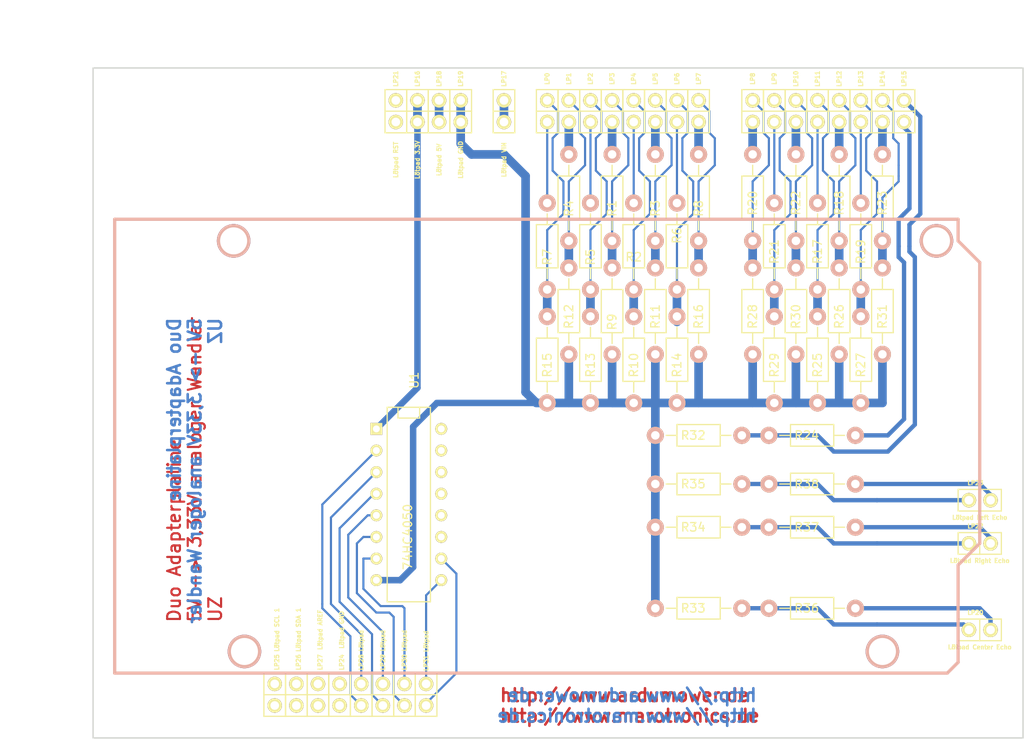
<source format=kicad_pcb>
(kicad_pcb (version 4) (host pcbnew "(2015-05-08 BZR 5647)-product")

  (general
    (links 90)
    (no_connects 0)
    (area 82.806668 40.470001 203.275001 127.075001)
    (thickness 1.6)
    (drawings 10)
    (tracks 274)
    (zones 0)
    (modules 72)
    (nets 51)
  )

  (page A4)
  (title_block
    (title "Ardumower VCN PCB ")
    (date "23 Dez 2014")
    (rev 0,05)
  )

  (layers
    (0 F.Cu signal)
    (31 B.Cu signal)
    (32 B.Adhes user)
    (33 F.Adhes user)
    (34 B.Paste user)
    (35 F.Paste user)
    (36 B.SilkS user)
    (37 F.SilkS user)
    (38 B.Mask user)
    (39 F.Mask user)
    (40 Dwgs.User user)
    (41 Cmts.User user)
    (42 Eco1.User user)
    (43 Eco2.User user)
    (44 Edge.Cuts user)
    (45 Margin user)
    (46 B.CrtYd user)
    (47 F.CrtYd user)
    (48 B.Fab user)
    (49 F.Fab user)
  )

  (setup
    (last_trace_width 0.254)
    (user_trace_width 0.254)
    (user_trace_width 0.508)
    (user_trace_width 0.762)
    (user_trace_width 1.016)
    (user_trace_width 1.27)
    (user_trace_width 1.524)
    (user_trace_width 1.778)
    (trace_clearance 0.254)
    (zone_clearance 0.508)
    (zone_45_only no)
    (trace_min 0.254)
    (segment_width 0.2)
    (edge_width 0.15)
    (via_size 0.889)
    (via_drill 0.635)
    (via_min_size 0.889)
    (via_min_drill 0.508)
    (uvia_size 0.508)
    (uvia_drill 0.127)
    (uvias_allowed no)
    (uvia_min_size 0.508)
    (uvia_min_drill 0.127)
    (pcb_text_width 0.3)
    (pcb_text_size 1 1)
    (mod_edge_width 0.15)
    (mod_text_size 1 1)
    (mod_text_width 0.15)
    (pad_size 3.937 3.937)
    (pad_drill 3.175)
    (pad_to_mask_clearance 0)
    (aux_axis_origin 27.94 144.78)
    (visible_elements 7FFFFFFF)
    (pcbplotparams
      (layerselection 0x01030_80000001)
      (usegerberextensions false)
      (excludeedgelayer true)
      (linewidth 0.100000)
      (plotframeref true)
      (viasonmask false)
      (mode 1)
      (useauxorigin false)
      (hpglpennumber 1)
      (hpglpenspeed 20)
      (hpglpendiameter 15)
      (hpglpenoverlay 2)
      (psnegative false)
      (psa4output false)
      (plotreference true)
      (plotvalue true)
      (plotinvisibletext false)
      (padsonsilk false)
      (subtractmaskfromsilk false)
      (outputformat 3)
      (mirror false)
      (drillshape 2)
      (scaleselection 1)
      (outputdirectory ../../../../../../1/))
  )

  (net 0 "")
  (net 1 GND)
  (net 2 +3V3)
  (net 3 "Net-(LP0-Pad1)")
  (net 4 "Net-(LP0-Pad2)")
  (net 5 "Net-(LP1-Pad1)")
  (net 6 "Net-(LP1-Pad2)")
  (net 7 "Net-(LP2-Pad1)")
  (net 8 "Net-(LP2-Pad2)")
  (net 9 "Net-(LP3-Pad1)")
  (net 10 "Net-(LP3-Pad2)")
  (net 11 "Net-(LP4-Pad1)")
  (net 12 "Net-(LP4-Pad2)")
  (net 13 "Net-(LP5-Pad1)")
  (net 14 "Net-(LP5-Pad2)")
  (net 15 "Net-(LP6-Pad1)")
  (net 16 "Net-(LP6-Pad2)")
  (net 17 "Net-(LP7-Pad1)")
  (net 18 "Net-(LP7-Pad2)")
  (net 19 "Net-(LP8-Pad1)")
  (net 20 "Net-(LP8-Pad2)")
  (net 21 "Net-(LP9-Pad1)")
  (net 22 "Net-(LP9-Pad2)")
  (net 23 "Net-(LP10-Pad1)")
  (net 24 "Net-(LP10-Pad2)")
  (net 25 "Net-(LP11-Pad1)")
  (net 26 "Net-(LP11-Pad2)")
  (net 27 "Net-(LP12-Pad1)")
  (net 28 "Net-(LP12-Pad2)")
  (net 29 "Net-(LP13-Pad1)")
  (net 30 "Net-(LP13-Pad2)")
  (net 31 "Net-(LP14-Pad1)")
  (net 32 "Net-(LP14-Pad2)")
  (net 33 "Net-(LP15-Pad1)")
  (net 34 "Net-(LP15-Pad2)")
  (net 35 "Net-(LP17-Pad1)")
  (net 36 +5V)
  (net 37 "Net-(LP20-Pad1)")
  (net 38 "Net-(LP20-Pad2)")
  (net 39 "Net-(LP22-Pad1)")
  (net 40 "Net-(LP22-Pad2)")
  (net 41 "Net-(LP23-Pad1)")
  (net 42 "Net-(LP23-Pad2)")
  (net 43 "Net-(LP28-Pad1)")
  (net 44 "Net-(LP28-Pad2)")
  (net 45 "Net-(LP29-Pad1)")
  (net 46 "Net-(LP29-Pad2)")
  (net 47 "Net-(LP30-Pad1)")
  (net 48 "Net-(LP30-Pad2)")
  (net 49 "Net-(LP31-Pad1)")
  (net 50 "Net-(LP31-Pad2)")

  (net_class Default "Dies ist die voreingestellte Netzklasse."
    (clearance 0.254)
    (trace_width 0.254)
    (via_dia 0.889)
    (via_drill 0.635)
    (uvia_dia 0.508)
    (uvia_drill 0.127)
    (add_net +3V3)
    (add_net +5V)
    (add_net GND)
    (add_net "Net-(LP0-Pad1)")
    (add_net "Net-(LP0-Pad2)")
    (add_net "Net-(LP1-Pad1)")
    (add_net "Net-(LP1-Pad2)")
    (add_net "Net-(LP10-Pad1)")
    (add_net "Net-(LP10-Pad2)")
    (add_net "Net-(LP11-Pad1)")
    (add_net "Net-(LP11-Pad2)")
    (add_net "Net-(LP12-Pad1)")
    (add_net "Net-(LP12-Pad2)")
    (add_net "Net-(LP13-Pad1)")
    (add_net "Net-(LP13-Pad2)")
    (add_net "Net-(LP14-Pad1)")
    (add_net "Net-(LP14-Pad2)")
    (add_net "Net-(LP15-Pad1)")
    (add_net "Net-(LP15-Pad2)")
    (add_net "Net-(LP17-Pad1)")
    (add_net "Net-(LP2-Pad1)")
    (add_net "Net-(LP2-Pad2)")
    (add_net "Net-(LP20-Pad1)")
    (add_net "Net-(LP20-Pad2)")
    (add_net "Net-(LP22-Pad1)")
    (add_net "Net-(LP22-Pad2)")
    (add_net "Net-(LP23-Pad1)")
    (add_net "Net-(LP23-Pad2)")
    (add_net "Net-(LP28-Pad1)")
    (add_net "Net-(LP28-Pad2)")
    (add_net "Net-(LP29-Pad1)")
    (add_net "Net-(LP29-Pad2)")
    (add_net "Net-(LP3-Pad1)")
    (add_net "Net-(LP3-Pad2)")
    (add_net "Net-(LP30-Pad1)")
    (add_net "Net-(LP30-Pad2)")
    (add_net "Net-(LP31-Pad1)")
    (add_net "Net-(LP31-Pad2)")
    (add_net "Net-(LP4-Pad1)")
    (add_net "Net-(LP4-Pad2)")
    (add_net "Net-(LP5-Pad1)")
    (add_net "Net-(LP5-Pad2)")
    (add_net "Net-(LP6-Pad1)")
    (add_net "Net-(LP6-Pad2)")
    (add_net "Net-(LP7-Pad1)")
    (add_net "Net-(LP7-Pad2)")
    (add_net "Net-(LP8-Pad1)")
    (add_net "Net-(LP8-Pad2)")
    (add_net "Net-(LP9-Pad1)")
    (add_net "Net-(LP9-Pad2)")
  )

  (net_class 24v ""
    (clearance 0.254)
    (trace_width 0.5)
    (via_dia 0.889)
    (via_drill 0.635)
    (uvia_dia 0.508)
    (uvia_drill 0.127)
  )

  (net_class Power ""
    (clearance 0.254)
    (trace_width 0.762)
    (via_dia 0.889)
    (via_drill 0.635)
    (uvia_dia 0.508)
    (uvia_drill 0.127)
  )

  (module Duo:Resistor_Horizontal_RM10mm (layer F.Cu) (tedit 54F6524C) (tstamp 54F62E4A)
    (at 165.1 111.76 180)
    (descr "Resistor, Axial,  RM 10mm, 1/3W,")
    (tags "Resistor, Axial, RM 10mm, 1/3W,")
    (path /54F6351C)
    (fp_text reference R33 (at 0.635 0 180) (layer F.SilkS)
      (effects (font (size 1 1) (thickness 0.15)))
    )
    (fp_text value "R 20K" (at 0 0 180) (layer F.SilkS) hide
      (effects (font (size 1 1) (thickness 0.15)))
    )
    (fp_line (start -2.54 -1.27) (end 2.54 -1.27) (layer F.SilkS) (width 0.15))
    (fp_line (start 2.54 -1.27) (end 2.54 1.27) (layer F.SilkS) (width 0.15))
    (fp_line (start 2.54 1.27) (end -2.54 1.27) (layer F.SilkS) (width 0.15))
    (fp_line (start -2.54 1.27) (end -2.54 -1.27) (layer F.SilkS) (width 0.15))
    (fp_line (start -2.54 0) (end -3.81 0) (layer F.SilkS) (width 0.15))
    (fp_line (start 2.54 0) (end 3.81 0) (layer F.SilkS) (width 0.15))
    (pad 1 thru_hole circle (at -5.08 0 180) (size 1.99898 1.99898) (drill 1.00076) (layers *.Cu *.SilkS *.Mask)
      (net 37 "Net-(LP20-Pad1)"))
    (pad 2 thru_hole circle (at 5.08 0 180) (size 1.99898 1.99898) (drill 1.00076) (layers *.Cu *.SilkS *.Mask)
      (net 1 GND))
    (model Resistors_ThroughHole/Resistor_Horizontal_RM10mm.wrl
      (at (xyz 0 0 0))
      (scale (xyz 0.4 0.4 0.4))
      (rotate (xyz 0 0 0))
    )
    (model Resistors_ThroughHole.3dshapes/Resistor_Horizontal_RM10mm.wrl
      (at (xyz 0 0 0))
      (scale (xyz 0.4 0.4 0.4))
      (rotate (xyz 0 0 0))
    )
  )

  (module Duo:ARDUINO_MEGA_SHIELD_DUO_3D locked (layer B.Cu) (tedit 54F63564) (tstamp 54F62847)
    (at 96.52 66.04)
    (path /5375252C)
    (fp_text reference SHIELD1 (at 70.612 24.892) (layer B.SilkS) hide
      (effects (font (thickness 0.3048)) (justify mirror))
    )
    (fp_text value ARDUINO_MEGA_SHIELD (at 69.596 21.082) (layer B.SilkS) hide
      (effects (font (thickness 0.3048)) (justify mirror))
    )
    (fp_line (start 99.06 0) (end 0 0) (layer B.SilkS) (width 0.381))
    (fp_line (start 97.79 53.34) (end 0 53.34) (layer B.SilkS) (width 0.381))
    (fp_line (start 99.06 40.64) (end 99.06 52.07) (layer B.SilkS) (width 0.381))
    (fp_line (start 99.06 52.07) (end 97.79 53.34) (layer B.SilkS) (width 0.381))
    (fp_line (start 0 0) (end 0 53.34) (layer B.SilkS) (width 0.381))
    (fp_line (start 99.06 40.64) (end 101.6 38.1) (layer B.SilkS) (width 0.381))
    (fp_line (start 101.6 38.1) (end 101.6 5.08) (layer B.SilkS) (width 0.381))
    (fp_line (start 101.6 5.08) (end 99.06 2.54) (layer B.SilkS) (width 0.381))
    (fp_line (start 99.06 2.54) (end 99.06 0) (layer B.SilkS) (width 0.381))
    (pad "" thru_hole circle (at 96.52 2.54 270) (size 3.937 3.937) (drill 3.175) (layers *.Cu *.Mask B.SilkS))
    (pad "" thru_hole circle (at 90.17 50.8 270) (size 3.937 3.937) (drill 3.175) (layers *.Cu *.Mask B.SilkS))
    (pad "" thru_hole circle (at 15.24 50.8 270) (size 3.937 3.937) (drill 3.175) (layers *.Cu *.Mask B.SilkS))
    (pad "" thru_hole circle (at 13.97 2.54 270) (size 3.937 3.937) (drill 3.175) (layers *.Cu *.Mask B.SilkS))
  )

  (module Duo:Lötpad_1x02_Buchse locked (layer F.Cu) (tedit 54F66408) (tstamp 54F46276)
    (at 147.32 53.34 90)
    (descr "Through hole pin header")
    (tags "pin header")
    (path /54CF710A)
    (fp_text reference LP0 (at 3.81 0 90) (layer F.SilkS)
      (effects (font (size 0.5 0.5) (thickness 0.125)))
    )
    (fp_text value Lötpad (at 0 2.032 90) (layer F.SilkS) hide
      (effects (font (size 0.5 0.5) (thickness 0.125)))
    )
    (fp_line (start 0 -1.27) (end 0 1.27) (layer F.SilkS) (width 0.15))
    (fp_line (start -2.54 -1.27) (end -2.54 1.27) (layer F.SilkS) (width 0.15))
    (fp_line (start -2.54 1.27) (end 0 1.27) (layer F.SilkS) (width 0.15))
    (fp_line (start 0 1.27) (end 2.54 1.27) (layer F.SilkS) (width 0.15))
    (fp_line (start 2.54 1.27) (end 2.54 -1.27) (layer F.SilkS) (width 0.15))
    (fp_line (start 2.54 -1.27) (end -2.54 -1.27) (layer F.SilkS) (width 0.15))
    (pad 1 thru_hole circle (at -1.27 0 90) (size 1.7 1.7) (drill 1.016) (layers *.Cu *.Mask F.SilkS)
      (net 3 "Net-(LP0-Pad1)"))
    (pad 2 thru_hole circle (at 1.27 0 90) (size 1.7 1.7) (drill 1.016) (layers *.Cu *.Mask F.SilkS)
      (net 4 "Net-(LP0-Pad2)"))
    (model Connectors/female_pcb_pin/female_pcb_pin_02.wrl
      (at (xyz 0 0 0))
      (scale (xyz 1 1 1))
      (rotate (xyz 0 0 0))
    )
  )

  (module Duo:Lötpad_1x02_Buchse locked (layer F.Cu) (tedit 54F663FF) (tstamp 54F46281)
    (at 149.86 53.34 90)
    (descr "Through hole pin header")
    (tags "pin header")
    (path /54CF7059)
    (fp_text reference LP1 (at 3.81 0 90) (layer F.SilkS)
      (effects (font (size 0.5 0.5) (thickness 0.125)))
    )
    (fp_text value Lötpad (at 0 2.032 90) (layer F.SilkS) hide
      (effects (font (size 0.5 0.5) (thickness 0.125)))
    )
    (fp_line (start 0 -1.27) (end 0 1.27) (layer F.SilkS) (width 0.15))
    (fp_line (start -2.54 -1.27) (end -2.54 1.27) (layer F.SilkS) (width 0.15))
    (fp_line (start -2.54 1.27) (end 0 1.27) (layer F.SilkS) (width 0.15))
    (fp_line (start 0 1.27) (end 2.54 1.27) (layer F.SilkS) (width 0.15))
    (fp_line (start 2.54 1.27) (end 2.54 -1.27) (layer F.SilkS) (width 0.15))
    (fp_line (start 2.54 -1.27) (end -2.54 -1.27) (layer F.SilkS) (width 0.15))
    (pad 1 thru_hole circle (at -1.27 0 90) (size 1.7 1.7) (drill 1.016) (layers *.Cu *.Mask F.SilkS)
      (net 5 "Net-(LP1-Pad1)"))
    (pad 2 thru_hole circle (at 1.27 0 90) (size 1.7 1.7) (drill 1.016) (layers *.Cu *.Mask F.SilkS)
      (net 6 "Net-(LP1-Pad2)"))
    (model Connectors/female_pcb_pin/female_pcb_pin_02.wrl
      (at (xyz 0 0 0))
      (scale (xyz 1 1 1))
      (rotate (xyz 0 0 0))
    )
  )

  (module Duo:Lötpad_1x02_Buchse locked (layer F.Cu) (tedit 54F663F8) (tstamp 54F4628C)
    (at 152.4 53.34 90)
    (descr "Through hole pin header")
    (tags "pin header")
    (path /54CF6FAB)
    (fp_text reference LP2 (at 3.81 0 90) (layer F.SilkS)
      (effects (font (size 0.5 0.5) (thickness 0.125)))
    )
    (fp_text value Lötpad (at 0 2.032 90) (layer F.SilkS) hide
      (effects (font (size 0.5 0.5) (thickness 0.125)))
    )
    (fp_line (start 0 -1.27) (end 0 1.27) (layer F.SilkS) (width 0.15))
    (fp_line (start -2.54 -1.27) (end -2.54 1.27) (layer F.SilkS) (width 0.15))
    (fp_line (start -2.54 1.27) (end 0 1.27) (layer F.SilkS) (width 0.15))
    (fp_line (start 0 1.27) (end 2.54 1.27) (layer F.SilkS) (width 0.15))
    (fp_line (start 2.54 1.27) (end 2.54 -1.27) (layer F.SilkS) (width 0.15))
    (fp_line (start 2.54 -1.27) (end -2.54 -1.27) (layer F.SilkS) (width 0.15))
    (pad 1 thru_hole circle (at -1.27 0 90) (size 1.7 1.7) (drill 1.016) (layers *.Cu *.Mask F.SilkS)
      (net 7 "Net-(LP2-Pad1)"))
    (pad 2 thru_hole circle (at 1.27 0 90) (size 1.7 1.7) (drill 1.016) (layers *.Cu *.Mask F.SilkS)
      (net 8 "Net-(LP2-Pad2)"))
    (model Connectors/female_pcb_pin/female_pcb_pin_02.wrl
      (at (xyz 0 0 0))
      (scale (xyz 1 1 1))
      (rotate (xyz 0 0 0))
    )
  )

  (module Duo:Lötpad_1x02_Buchse locked (layer F.Cu) (tedit 54F663F1) (tstamp 54F46297)
    (at 154.94 53.34 90)
    (descr "Through hole pin header")
    (tags "pin header")
    (path /54CF6F02)
    (fp_text reference LP3 (at 3.81 0 90) (layer F.SilkS)
      (effects (font (size 0.5 0.5) (thickness 0.125)))
    )
    (fp_text value Lötpad (at 0 2.032 90) (layer F.SilkS) hide
      (effects (font (size 0.5 0.5) (thickness 0.125)))
    )
    (fp_line (start 0 -1.27) (end 0 1.27) (layer F.SilkS) (width 0.15))
    (fp_line (start -2.54 -1.27) (end -2.54 1.27) (layer F.SilkS) (width 0.15))
    (fp_line (start -2.54 1.27) (end 0 1.27) (layer F.SilkS) (width 0.15))
    (fp_line (start 0 1.27) (end 2.54 1.27) (layer F.SilkS) (width 0.15))
    (fp_line (start 2.54 1.27) (end 2.54 -1.27) (layer F.SilkS) (width 0.15))
    (fp_line (start 2.54 -1.27) (end -2.54 -1.27) (layer F.SilkS) (width 0.15))
    (pad 1 thru_hole circle (at -1.27 0 90) (size 1.7 1.7) (drill 1.016) (layers *.Cu *.Mask F.SilkS)
      (net 9 "Net-(LP3-Pad1)"))
    (pad 2 thru_hole circle (at 1.27 0 90) (size 1.7 1.7) (drill 1.016) (layers *.Cu *.Mask F.SilkS)
      (net 10 "Net-(LP3-Pad2)"))
    (model Connectors/female_pcb_pin/female_pcb_pin_02.wrl
      (at (xyz 0 0 0))
      (scale (xyz 1 1 1))
      (rotate (xyz 0 0 0))
    )
  )

  (module Duo:Lötpad_1x02_Buchse locked (layer F.Cu) (tedit 54F663EA) (tstamp 54F462A2)
    (at 157.48 53.34 90)
    (descr "Through hole pin header")
    (tags "pin header")
    (path /54CF6E54)
    (fp_text reference LP4 (at 3.81 0 90) (layer F.SilkS)
      (effects (font (size 0.5 0.5) (thickness 0.125)))
    )
    (fp_text value Lötpad (at 0 2.032 90) (layer F.SilkS) hide
      (effects (font (size 0.5 0.5) (thickness 0.125)))
    )
    (fp_line (start 0 -1.27) (end 0 1.27) (layer F.SilkS) (width 0.15))
    (fp_line (start -2.54 -1.27) (end -2.54 1.27) (layer F.SilkS) (width 0.15))
    (fp_line (start -2.54 1.27) (end 0 1.27) (layer F.SilkS) (width 0.15))
    (fp_line (start 0 1.27) (end 2.54 1.27) (layer F.SilkS) (width 0.15))
    (fp_line (start 2.54 1.27) (end 2.54 -1.27) (layer F.SilkS) (width 0.15))
    (fp_line (start 2.54 -1.27) (end -2.54 -1.27) (layer F.SilkS) (width 0.15))
    (pad 1 thru_hole circle (at -1.27 0 90) (size 1.7 1.7) (drill 1.016) (layers *.Cu *.Mask F.SilkS)
      (net 11 "Net-(LP4-Pad1)"))
    (pad 2 thru_hole circle (at 1.27 0 90) (size 1.7 1.7) (drill 1.016) (layers *.Cu *.Mask F.SilkS)
      (net 12 "Net-(LP4-Pad2)"))
    (model Connectors/female_pcb_pin/female_pcb_pin_02.wrl
      (at (xyz 0 0 0))
      (scale (xyz 1 1 1))
      (rotate (xyz 0 0 0))
    )
  )

  (module Duo:Lötpad_1x02_Buchse locked (layer F.Cu) (tedit 54F663DF) (tstamp 54F462AD)
    (at 160.02 53.34 90)
    (descr "Through hole pin header")
    (tags "pin header")
    (path /54CF6DA7)
    (fp_text reference LP5 (at 3.81 0 90) (layer F.SilkS)
      (effects (font (size 0.5 0.5) (thickness 0.125)))
    )
    (fp_text value Lötpad (at 0 2.032 90) (layer F.SilkS) hide
      (effects (font (size 0.5 0.5) (thickness 0.125)))
    )
    (fp_line (start 0 -1.27) (end 0 1.27) (layer F.SilkS) (width 0.15))
    (fp_line (start -2.54 -1.27) (end -2.54 1.27) (layer F.SilkS) (width 0.15))
    (fp_line (start -2.54 1.27) (end 0 1.27) (layer F.SilkS) (width 0.15))
    (fp_line (start 0 1.27) (end 2.54 1.27) (layer F.SilkS) (width 0.15))
    (fp_line (start 2.54 1.27) (end 2.54 -1.27) (layer F.SilkS) (width 0.15))
    (fp_line (start 2.54 -1.27) (end -2.54 -1.27) (layer F.SilkS) (width 0.15))
    (pad 1 thru_hole circle (at -1.27 0 90) (size 1.7 1.7) (drill 1.016) (layers *.Cu *.Mask F.SilkS)
      (net 13 "Net-(LP5-Pad1)"))
    (pad 2 thru_hole circle (at 1.27 0 90) (size 1.7 1.7) (drill 1.016) (layers *.Cu *.Mask F.SilkS)
      (net 14 "Net-(LP5-Pad2)"))
    (model Connectors/female_pcb_pin/female_pcb_pin_02.wrl
      (at (xyz 0 0 0))
      (scale (xyz 1 1 1))
      (rotate (xyz 0 0 0))
    )
  )

  (module Duo:Lötpad_1x02_Buchse locked (layer F.Cu) (tedit 54F663D7) (tstamp 54F462B8)
    (at 162.56 53.34 90)
    (descr "Through hole pin header")
    (tags "pin header")
    (path /54CF6BED)
    (fp_text reference LP6 (at 3.81 0 90) (layer F.SilkS)
      (effects (font (size 0.5 0.5) (thickness 0.125)))
    )
    (fp_text value Lötpad (at 0 2.032 90) (layer F.SilkS) hide
      (effects (font (size 0.5 0.5) (thickness 0.125)))
    )
    (fp_line (start 0 -1.27) (end 0 1.27) (layer F.SilkS) (width 0.15))
    (fp_line (start -2.54 -1.27) (end -2.54 1.27) (layer F.SilkS) (width 0.15))
    (fp_line (start -2.54 1.27) (end 0 1.27) (layer F.SilkS) (width 0.15))
    (fp_line (start 0 1.27) (end 2.54 1.27) (layer F.SilkS) (width 0.15))
    (fp_line (start 2.54 1.27) (end 2.54 -1.27) (layer F.SilkS) (width 0.15))
    (fp_line (start 2.54 -1.27) (end -2.54 -1.27) (layer F.SilkS) (width 0.15))
    (pad 1 thru_hole circle (at -1.27 0 90) (size 1.7 1.7) (drill 1.016) (layers *.Cu *.Mask F.SilkS)
      (net 15 "Net-(LP6-Pad1)"))
    (pad 2 thru_hole circle (at 1.27 0 90) (size 1.7 1.7) (drill 1.016) (layers *.Cu *.Mask F.SilkS)
      (net 16 "Net-(LP6-Pad2)"))
    (model Connectors/female_pcb_pin/female_pcb_pin_02.wrl
      (at (xyz 0 0 0))
      (scale (xyz 1 1 1))
      (rotate (xyz 0 0 0))
    )
  )

  (module Duo:Lötpad_1x02_Buchse locked (layer F.Cu) (tedit 54F663C9) (tstamp 54F462C3)
    (at 165.1 53.34 90)
    (descr "Through hole pin header")
    (tags "pin header")
    (path /54CF6B08)
    (fp_text reference LP7 (at 3.81 0 90) (layer F.SilkS)
      (effects (font (size 0.5 0.5) (thickness 0.125)))
    )
    (fp_text value Lötpad (at 0 2.032 90) (layer F.SilkS) hide
      (effects (font (size 0.5 0.5) (thickness 0.125)))
    )
    (fp_line (start 0 -1.27) (end 0 1.27) (layer F.SilkS) (width 0.15))
    (fp_line (start -2.54 -1.27) (end -2.54 1.27) (layer F.SilkS) (width 0.15))
    (fp_line (start -2.54 1.27) (end 0 1.27) (layer F.SilkS) (width 0.15))
    (fp_line (start 0 1.27) (end 2.54 1.27) (layer F.SilkS) (width 0.15))
    (fp_line (start 2.54 1.27) (end 2.54 -1.27) (layer F.SilkS) (width 0.15))
    (fp_line (start 2.54 -1.27) (end -2.54 -1.27) (layer F.SilkS) (width 0.15))
    (pad 1 thru_hole circle (at -1.27 0 90) (size 1.7 1.7) (drill 1.016) (layers *.Cu *.Mask F.SilkS)
      (net 17 "Net-(LP7-Pad1)"))
    (pad 2 thru_hole circle (at 1.27 0 90) (size 1.7 1.7) (drill 1.016) (layers *.Cu *.Mask F.SilkS)
      (net 18 "Net-(LP7-Pad2)"))
    (model Connectors/female_pcb_pin/female_pcb_pin_02.wrl
      (at (xyz 0 0 0))
      (scale (xyz 1 1 1))
      (rotate (xyz 0 0 0))
    )
  )

  (module Duo:Lötpad_1x02_Buchse locked (layer F.Cu) (tedit 54F663BA) (tstamp 54F462CE)
    (at 171.45 53.34 90)
    (descr "Through hole pin header")
    (tags "pin header")
    (path /54CF2BEF)
    (fp_text reference LP8 (at 3.81 0 90) (layer F.SilkS)
      (effects (font (size 0.5 0.5) (thickness 0.125)))
    )
    (fp_text value Lötpad (at 0 2.032 90) (layer F.SilkS) hide
      (effects (font (size 0.5 0.5) (thickness 0.125)))
    )
    (fp_line (start 0 -1.27) (end 0 1.27) (layer F.SilkS) (width 0.15))
    (fp_line (start -2.54 -1.27) (end -2.54 1.27) (layer F.SilkS) (width 0.15))
    (fp_line (start -2.54 1.27) (end 0 1.27) (layer F.SilkS) (width 0.15))
    (fp_line (start 0 1.27) (end 2.54 1.27) (layer F.SilkS) (width 0.15))
    (fp_line (start 2.54 1.27) (end 2.54 -1.27) (layer F.SilkS) (width 0.15))
    (fp_line (start 2.54 -1.27) (end -2.54 -1.27) (layer F.SilkS) (width 0.15))
    (pad 1 thru_hole circle (at -1.27 0 90) (size 1.7 1.7) (drill 1.016) (layers *.Cu *.Mask F.SilkS)
      (net 19 "Net-(LP8-Pad1)"))
    (pad 2 thru_hole circle (at 1.27 0 90) (size 1.7 1.7) (drill 1.016) (layers *.Cu *.Mask F.SilkS)
      (net 20 "Net-(LP8-Pad2)"))
    (model Connectors/female_pcb_pin/female_pcb_pin_02.wrl
      (at (xyz 0 0 0))
      (scale (xyz 1 1 1))
      (rotate (xyz 0 0 0))
    )
  )

  (module Duo:Lötpad_1x02_Buchse locked (layer F.Cu) (tedit 54F663B2) (tstamp 54F462D9)
    (at 173.99 53.34 90)
    (descr "Through hole pin header")
    (tags "pin header")
    (path /54CF2B48)
    (fp_text reference LP9 (at 3.81 0 90) (layer F.SilkS)
      (effects (font (size 0.5 0.5) (thickness 0.125)))
    )
    (fp_text value Lötpad (at 0 2.032 90) (layer F.SilkS) hide
      (effects (font (size 0.5 0.5) (thickness 0.125)))
    )
    (fp_line (start 0 -1.27) (end 0 1.27) (layer F.SilkS) (width 0.15))
    (fp_line (start -2.54 -1.27) (end -2.54 1.27) (layer F.SilkS) (width 0.15))
    (fp_line (start -2.54 1.27) (end 0 1.27) (layer F.SilkS) (width 0.15))
    (fp_line (start 0 1.27) (end 2.54 1.27) (layer F.SilkS) (width 0.15))
    (fp_line (start 2.54 1.27) (end 2.54 -1.27) (layer F.SilkS) (width 0.15))
    (fp_line (start 2.54 -1.27) (end -2.54 -1.27) (layer F.SilkS) (width 0.15))
    (pad 1 thru_hole circle (at -1.27 0 90) (size 1.7 1.7) (drill 1.016) (layers *.Cu *.Mask F.SilkS)
      (net 21 "Net-(LP9-Pad1)"))
    (pad 2 thru_hole circle (at 1.27 0 90) (size 1.7 1.7) (drill 1.016) (layers *.Cu *.Mask F.SilkS)
      (net 22 "Net-(LP9-Pad2)"))
    (model Connectors/female_pcb_pin/female_pcb_pin_02.wrl
      (at (xyz 0 0 0))
      (scale (xyz 1 1 1))
      (rotate (xyz 0 0 0))
    )
  )

  (module Duo:Lötpad_1x02_Buchse locked (layer F.Cu) (tedit 54F663A9) (tstamp 54F462E4)
    (at 176.53 53.34 90)
    (descr "Through hole pin header")
    (tags "pin header")
    (path /54CEF3BF)
    (fp_text reference LP10 (at 3.81 0 90) (layer F.SilkS)
      (effects (font (size 0.5 0.5) (thickness 0.125)))
    )
    (fp_text value Lötpad (at 0 2.032 90) (layer F.SilkS) hide
      (effects (font (size 0.5 0.5) (thickness 0.125)))
    )
    (fp_line (start 0 -1.27) (end 0 1.27) (layer F.SilkS) (width 0.15))
    (fp_line (start -2.54 -1.27) (end -2.54 1.27) (layer F.SilkS) (width 0.15))
    (fp_line (start -2.54 1.27) (end 0 1.27) (layer F.SilkS) (width 0.15))
    (fp_line (start 0 1.27) (end 2.54 1.27) (layer F.SilkS) (width 0.15))
    (fp_line (start 2.54 1.27) (end 2.54 -1.27) (layer F.SilkS) (width 0.15))
    (fp_line (start 2.54 -1.27) (end -2.54 -1.27) (layer F.SilkS) (width 0.15))
    (pad 1 thru_hole circle (at -1.27 0 90) (size 1.7 1.7) (drill 1.016) (layers *.Cu *.Mask F.SilkS)
      (net 23 "Net-(LP10-Pad1)"))
    (pad 2 thru_hole circle (at 1.27 0 90) (size 1.7 1.7) (drill 1.016) (layers *.Cu *.Mask F.SilkS)
      (net 24 "Net-(LP10-Pad2)"))
    (model Connectors/female_pcb_pin/female_pcb_pin_02.wrl
      (at (xyz 0 0 0))
      (scale (xyz 1 1 1))
      (rotate (xyz 0 0 0))
    )
  )

  (module Duo:Lötpad_1x02_Buchse locked (layer F.Cu) (tedit 54F663A2) (tstamp 54F462EF)
    (at 179.07 53.34 90)
    (descr "Through hole pin header")
    (tags "pin header")
    (path /54CEF31C)
    (fp_text reference LP11 (at 3.81 0 90) (layer F.SilkS)
      (effects (font (size 0.5 0.5) (thickness 0.125)))
    )
    (fp_text value Lötpad (at 0 2.032 90) (layer F.SilkS) hide
      (effects (font (size 0.5 0.5) (thickness 0.125)))
    )
    (fp_line (start 0 -1.27) (end 0 1.27) (layer F.SilkS) (width 0.15))
    (fp_line (start -2.54 -1.27) (end -2.54 1.27) (layer F.SilkS) (width 0.15))
    (fp_line (start -2.54 1.27) (end 0 1.27) (layer F.SilkS) (width 0.15))
    (fp_line (start 0 1.27) (end 2.54 1.27) (layer F.SilkS) (width 0.15))
    (fp_line (start 2.54 1.27) (end 2.54 -1.27) (layer F.SilkS) (width 0.15))
    (fp_line (start 2.54 -1.27) (end -2.54 -1.27) (layer F.SilkS) (width 0.15))
    (pad 1 thru_hole circle (at -1.27 0 90) (size 1.7 1.7) (drill 1.016) (layers *.Cu *.Mask F.SilkS)
      (net 25 "Net-(LP11-Pad1)"))
    (pad 2 thru_hole circle (at 1.27 0 90) (size 1.7 1.7) (drill 1.016) (layers *.Cu *.Mask F.SilkS)
      (net 26 "Net-(LP11-Pad2)"))
    (model Connectors/female_pcb_pin/female_pcb_pin_02.wrl
      (at (xyz 0 0 0))
      (scale (xyz 1 1 1))
      (rotate (xyz 0 0 0))
    )
  )

  (module Duo:Lötpad_1x02_Buchse locked (layer F.Cu) (tedit 54F6639A) (tstamp 54F462FA)
    (at 181.61 53.34 90)
    (descr "Through hole pin header")
    (tags "pin header")
    (path /54CEF278)
    (fp_text reference LP12 (at 3.81 0 90) (layer F.SilkS)
      (effects (font (size 0.5 0.5) (thickness 0.125)))
    )
    (fp_text value Lötpad (at 0 2.032 90) (layer F.SilkS) hide
      (effects (font (size 0.5 0.5) (thickness 0.125)))
    )
    (fp_line (start 0 -1.27) (end 0 1.27) (layer F.SilkS) (width 0.15))
    (fp_line (start -2.54 -1.27) (end -2.54 1.27) (layer F.SilkS) (width 0.15))
    (fp_line (start -2.54 1.27) (end 0 1.27) (layer F.SilkS) (width 0.15))
    (fp_line (start 0 1.27) (end 2.54 1.27) (layer F.SilkS) (width 0.15))
    (fp_line (start 2.54 1.27) (end 2.54 -1.27) (layer F.SilkS) (width 0.15))
    (fp_line (start 2.54 -1.27) (end -2.54 -1.27) (layer F.SilkS) (width 0.15))
    (pad 1 thru_hole circle (at -1.27 0 90) (size 1.7 1.7) (drill 1.016) (layers *.Cu *.Mask F.SilkS)
      (net 27 "Net-(LP12-Pad1)"))
    (pad 2 thru_hole circle (at 1.27 0 90) (size 1.7 1.7) (drill 1.016) (layers *.Cu *.Mask F.SilkS)
      (net 28 "Net-(LP12-Pad2)"))
    (model Connectors/female_pcb_pin/female_pcb_pin_02.wrl
      (at (xyz 0 0 0))
      (scale (xyz 1 1 1))
      (rotate (xyz 0 0 0))
    )
  )

  (module Duo:Lötpad_1x02_Buchse locked (layer F.Cu) (tedit 54F6637C) (tstamp 54F4F592)
    (at 184.15 53.34 90)
    (descr "Through hole pin header")
    (tags "pin header")
    (path /54CEF1D7)
    (fp_text reference LP13 (at 3.81 0 90) (layer F.SilkS)
      (effects (font (size 0.5 0.5) (thickness 0.125)))
    )
    (fp_text value Lötpad (at 0 2.032 90) (layer F.SilkS) hide
      (effects (font (size 0.5 0.5) (thickness 0.125)))
    )
    (fp_line (start 0 -1.27) (end 0 1.27) (layer F.SilkS) (width 0.15))
    (fp_line (start -2.54 -1.27) (end -2.54 1.27) (layer F.SilkS) (width 0.15))
    (fp_line (start -2.54 1.27) (end 0 1.27) (layer F.SilkS) (width 0.15))
    (fp_line (start 0 1.27) (end 2.54 1.27) (layer F.SilkS) (width 0.15))
    (fp_line (start 2.54 1.27) (end 2.54 -1.27) (layer F.SilkS) (width 0.15))
    (fp_line (start 2.54 -1.27) (end -2.54 -1.27) (layer F.SilkS) (width 0.15))
    (pad 1 thru_hole circle (at -1.27 0 90) (size 1.7 1.7) (drill 1.016) (layers *.Cu *.Mask F.SilkS)
      (net 29 "Net-(LP13-Pad1)"))
    (pad 2 thru_hole circle (at 1.27 0 90) (size 1.7 1.7) (drill 1.016) (layers *.Cu *.Mask F.SilkS)
      (net 30 "Net-(LP13-Pad2)"))
    (model Connectors/female_pcb_pin/female_pcb_pin_02.wrl
      (at (xyz 0 0 0))
      (scale (xyz 1 1 1))
      (rotate (xyz 0 0 0))
    )
  )

  (module Duo:Lötpad_1x02_Buchse locked (layer F.Cu) (tedit 54F66375) (tstamp 54F46310)
    (at 186.69 53.34 90)
    (descr "Through hole pin header")
    (tags "pin header")
    (path /54CEDC4A)
    (fp_text reference LP14 (at 3.81 0 90) (layer F.SilkS)
      (effects (font (size 0.5 0.5) (thickness 0.125)))
    )
    (fp_text value Lötpad (at 0 2.032 90) (layer F.SilkS) hide
      (effects (font (size 0.5 0.5) (thickness 0.125)))
    )
    (fp_line (start 0 -1.27) (end 0 1.27) (layer F.SilkS) (width 0.15))
    (fp_line (start -2.54 -1.27) (end -2.54 1.27) (layer F.SilkS) (width 0.15))
    (fp_line (start -2.54 1.27) (end 0 1.27) (layer F.SilkS) (width 0.15))
    (fp_line (start 0 1.27) (end 2.54 1.27) (layer F.SilkS) (width 0.15))
    (fp_line (start 2.54 1.27) (end 2.54 -1.27) (layer F.SilkS) (width 0.15))
    (fp_line (start 2.54 -1.27) (end -2.54 -1.27) (layer F.SilkS) (width 0.15))
    (pad 1 thru_hole circle (at -1.27 0 90) (size 1.7 1.7) (drill 1.016) (layers *.Cu *.Mask F.SilkS)
      (net 31 "Net-(LP14-Pad1)"))
    (pad 2 thru_hole circle (at 1.27 0 90) (size 1.7 1.7) (drill 1.016) (layers *.Cu *.Mask F.SilkS)
      (net 32 "Net-(LP14-Pad2)"))
    (model Connectors/female_pcb_pin/female_pcb_pin_02.wrl
      (at (xyz 0 0 0))
      (scale (xyz 1 1 1))
      (rotate (xyz 0 0 0))
    )
  )

  (module Duo:Lötpad_1x02_Buchse locked (layer F.Cu) (tedit 54F663C1) (tstamp 54F4631B)
    (at 189.23 53.34 90)
    (descr "Through hole pin header")
    (tags "pin header")
    (path /54CEA36A)
    (fp_text reference LP15 (at 3.81 0 90) (layer F.SilkS)
      (effects (font (size 0.5 0.5) (thickness 0.125)))
    )
    (fp_text value Lötpad (at 0 2.032 90) (layer F.SilkS) hide
      (effects (font (size 0.5 0.5) (thickness 0.125)))
    )
    (fp_line (start 0 -1.27) (end 0 1.27) (layer F.SilkS) (width 0.15))
    (fp_line (start -2.54 -1.27) (end -2.54 1.27) (layer F.SilkS) (width 0.15))
    (fp_line (start -2.54 1.27) (end 0 1.27) (layer F.SilkS) (width 0.15))
    (fp_line (start 0 1.27) (end 2.54 1.27) (layer F.SilkS) (width 0.15))
    (fp_line (start 2.54 1.27) (end 2.54 -1.27) (layer F.SilkS) (width 0.15))
    (fp_line (start 2.54 -1.27) (end -2.54 -1.27) (layer F.SilkS) (width 0.15))
    (pad 1 thru_hole circle (at -1.27 0 90) (size 1.7 1.7) (drill 1.016) (layers *.Cu *.Mask F.SilkS)
      (net 33 "Net-(LP15-Pad1)"))
    (pad 2 thru_hole circle (at 1.27 0 90) (size 1.7 1.7) (drill 1.016) (layers *.Cu *.Mask F.SilkS)
      (net 34 "Net-(LP15-Pad2)"))
    (model Connectors/female_pcb_pin/female_pcb_pin_02.wrl
      (at (xyz 0 0 0))
      (scale (xyz 1 1 1))
      (rotate (xyz 0 0 0))
    )
  )

  (module Duo:Lötpad_1x02_Buchse locked (layer F.Cu) (tedit 54F6631A) (tstamp 54F46326)
    (at 132.08 53.34 90)
    (descr "Through hole pin header")
    (tags "pin header")
    (path /54CFDD02)
    (fp_text reference LP16 (at 3.81 0 90) (layer F.SilkS)
      (effects (font (size 0.5 0.5) (thickness 0.125)))
    )
    (fp_text value "Lötpad 3.3V" (at -5.715 0 90) (layer F.SilkS)
      (effects (font (size 0.5 0.5) (thickness 0.125)))
    )
    (fp_line (start 0 -1.27) (end 0 1.27) (layer F.SilkS) (width 0.15))
    (fp_line (start -2.54 -1.27) (end -2.54 1.27) (layer F.SilkS) (width 0.15))
    (fp_line (start -2.54 1.27) (end 0 1.27) (layer F.SilkS) (width 0.15))
    (fp_line (start 0 1.27) (end 2.54 1.27) (layer F.SilkS) (width 0.15))
    (fp_line (start 2.54 1.27) (end 2.54 -1.27) (layer F.SilkS) (width 0.15))
    (fp_line (start 2.54 -1.27) (end -2.54 -1.27) (layer F.SilkS) (width 0.15))
    (pad 1 thru_hole circle (at -1.27 0 90) (size 1.7 1.7) (drill 1.016) (layers *.Cu *.Mask F.SilkS)
      (net 2 +3V3))
    (pad 2 thru_hole circle (at 1.27 0 90) (size 1.7 1.7) (drill 1.016) (layers *.Cu *.Mask F.SilkS)
      (net 2 +3V3))
    (model Connectors/female_pcb_pin/female_pcb_pin_02.wrl
      (at (xyz 0 0 0))
      (scale (xyz 1 1 1))
      (rotate (xyz 0 0 0))
    )
  )

  (module Duo:Lötpad_1x02_Buchse locked (layer F.Cu) (tedit 54F66331) (tstamp 54F46331)
    (at 142.24 53.34 90)
    (descr "Through hole pin header")
    (tags "pin header")
    (path /54CFD7DE)
    (fp_text reference LP17 (at 3.81 0 90) (layer F.SilkS)
      (effects (font (size 0.5 0.5) (thickness 0.125)))
    )
    (fp_text value "Lötpad VIN" (at -5.715 0 90) (layer F.SilkS)
      (effects (font (size 0.5 0.5) (thickness 0.125)))
    )
    (fp_line (start 0 -1.27) (end 0 1.27) (layer F.SilkS) (width 0.15))
    (fp_line (start -2.54 -1.27) (end -2.54 1.27) (layer F.SilkS) (width 0.15))
    (fp_line (start -2.54 1.27) (end 0 1.27) (layer F.SilkS) (width 0.15))
    (fp_line (start 0 1.27) (end 2.54 1.27) (layer F.SilkS) (width 0.15))
    (fp_line (start 2.54 1.27) (end 2.54 -1.27) (layer F.SilkS) (width 0.15))
    (fp_line (start 2.54 -1.27) (end -2.54 -1.27) (layer F.SilkS) (width 0.15))
    (pad 1 thru_hole circle (at -1.27 0 90) (size 1.7 1.7) (drill 1.016) (layers *.Cu *.Mask F.SilkS)
      (net 35 "Net-(LP17-Pad1)"))
    (pad 2 thru_hole circle (at 1.27 0 90) (size 1.7 1.7) (drill 1.016) (layers *.Cu *.Mask F.SilkS)
      (net 35 "Net-(LP17-Pad1)"))
    (model Connectors/female_pcb_pin/female_pcb_pin_02.wrl
      (at (xyz 0 0 0))
      (scale (xyz 1 1 1))
      (rotate (xyz 0 0 0))
    )
  )

  (module Duo:Lötpad_1x02_Buchse locked (layer F.Cu) (tedit 54F6630D) (tstamp 54F4633C)
    (at 134.62 53.34 90)
    (descr "Through hole pin header")
    (tags "pin header")
    (path /54CFDC50)
    (fp_text reference LP18 (at 3.81 0 90) (layer F.SilkS)
      (effects (font (size 0.5 0.5) (thickness 0.125)))
    )
    (fp_text value "Lötpad 5V" (at -5.715 0 90) (layer F.SilkS)
      (effects (font (size 0.5 0.5) (thickness 0.125)))
    )
    (fp_line (start 0 -1.27) (end 0 1.27) (layer F.SilkS) (width 0.15))
    (fp_line (start -2.54 -1.27) (end -2.54 1.27) (layer F.SilkS) (width 0.15))
    (fp_line (start -2.54 1.27) (end 0 1.27) (layer F.SilkS) (width 0.15))
    (fp_line (start 0 1.27) (end 2.54 1.27) (layer F.SilkS) (width 0.15))
    (fp_line (start 2.54 1.27) (end 2.54 -1.27) (layer F.SilkS) (width 0.15))
    (fp_line (start 2.54 -1.27) (end -2.54 -1.27) (layer F.SilkS) (width 0.15))
    (pad 1 thru_hole circle (at -1.27 0 90) (size 1.7 1.7) (drill 1.016) (layers *.Cu *.Mask F.SilkS)
      (net 36 +5V))
    (pad 2 thru_hole circle (at 1.27 0 90) (size 1.7 1.7) (drill 1.016) (layers *.Cu *.Mask F.SilkS)
      (net 36 +5V))
    (model Connectors/female_pcb_pin/female_pcb_pin_02.wrl
      (at (xyz 0 0 0))
      (scale (xyz 1 1 1))
      (rotate (xyz 0 0 0))
    )
  )

  (module Duo:Lötpad_1x02_Buchse locked (layer F.Cu) (tedit 54F66313) (tstamp 54F46347)
    (at 137.16 53.34 90)
    (descr "Through hole pin header")
    (tags "pin header")
    (path /54CFE61F)
    (fp_text reference LP19 (at 3.81 0 90) (layer F.SilkS)
      (effects (font (size 0.5 0.5) (thickness 0.125)))
    )
    (fp_text value "Lötpad GND" (at -5.715 0 90) (layer F.SilkS)
      (effects (font (size 0.5 0.5) (thickness 0.125)))
    )
    (fp_line (start 0 -1.27) (end 0 1.27) (layer F.SilkS) (width 0.15))
    (fp_line (start -2.54 -1.27) (end -2.54 1.27) (layer F.SilkS) (width 0.15))
    (fp_line (start -2.54 1.27) (end 0 1.27) (layer F.SilkS) (width 0.15))
    (fp_line (start 0 1.27) (end 2.54 1.27) (layer F.SilkS) (width 0.15))
    (fp_line (start 2.54 1.27) (end 2.54 -1.27) (layer F.SilkS) (width 0.15))
    (fp_line (start 2.54 -1.27) (end -2.54 -1.27) (layer F.SilkS) (width 0.15))
    (pad 1 thru_hole circle (at -1.27 0 90) (size 1.7 1.7) (drill 1.016) (layers *.Cu *.Mask F.SilkS)
      (net 1 GND))
    (pad 2 thru_hole circle (at 1.27 0 90) (size 1.7 1.7) (drill 1.016) (layers *.Cu *.Mask F.SilkS)
      (net 1 GND))
    (model Connectors/female_pcb_pin/female_pcb_pin_02.wrl
      (at (xyz 0 0 0))
      (scale (xyz 1 1 1))
      (rotate (xyz 0 0 0))
    )
  )

  (module Duo:Lötpad_1x02_Buchse locked (layer F.Cu) (tedit 54F3A875) (tstamp 54F46352)
    (at 198.12 114.3)
    (descr "Through hole pin header")
    (tags "pin header")
    (path /54CF4FEC)
    (fp_text reference LP20 (at -0.508 -2.032) (layer F.SilkS)
      (effects (font (size 0.5 0.5) (thickness 0.125)))
    )
    (fp_text value "Lötpad Center Echo" (at 0 2.032) (layer F.SilkS)
      (effects (font (size 0.5 0.5) (thickness 0.125)))
    )
    (fp_line (start 0 -1.27) (end 0 1.27) (layer F.SilkS) (width 0.15))
    (fp_line (start -2.54 -1.27) (end -2.54 1.27) (layer F.SilkS) (width 0.15))
    (fp_line (start -2.54 1.27) (end 0 1.27) (layer F.SilkS) (width 0.15))
    (fp_line (start 0 1.27) (end 2.54 1.27) (layer F.SilkS) (width 0.15))
    (fp_line (start 2.54 1.27) (end 2.54 -1.27) (layer F.SilkS) (width 0.15))
    (fp_line (start 2.54 -1.27) (end -2.54 -1.27) (layer F.SilkS) (width 0.15))
    (pad 1 thru_hole circle (at -1.27 0) (size 1.7 1.7) (drill 1.016) (layers *.Cu *.Mask F.SilkS)
      (net 37 "Net-(LP20-Pad1)"))
    (pad 2 thru_hole circle (at 1.27 0) (size 1.7 1.7) (drill 1.016) (layers *.Cu *.Mask F.SilkS)
      (net 38 "Net-(LP20-Pad2)"))
    (model Connectors/female_pcb_pin/female_pcb_pin_02.wrl
      (at (xyz 0 0 0))
      (scale (xyz 1 1 1))
      (rotate (xyz 0 0 0))
    )
  )

  (module Duo:Lötpad_1x02_Buchse locked (layer F.Cu) (tedit 54F6631F) (tstamp 54F4635D)
    (at 129.54 53.34 90)
    (descr "Through hole pin header")
    (tags "pin header")
    (path /54D046E1)
    (fp_text reference LP21 (at 3.81 0 90) (layer F.SilkS)
      (effects (font (size 0.5 0.5) (thickness 0.125)))
    )
    (fp_text value "Lötpad RST" (at -5.715 0 90) (layer F.SilkS)
      (effects (font (size 0.5 0.5) (thickness 0.125)))
    )
    (fp_line (start 0 -1.27) (end 0 1.27) (layer F.SilkS) (width 0.15))
    (fp_line (start -2.54 -1.27) (end -2.54 1.27) (layer F.SilkS) (width 0.15))
    (fp_line (start -2.54 1.27) (end 0 1.27) (layer F.SilkS) (width 0.15))
    (fp_line (start 0 1.27) (end 2.54 1.27) (layer F.SilkS) (width 0.15))
    (fp_line (start 2.54 1.27) (end 2.54 -1.27) (layer F.SilkS) (width 0.15))
    (fp_line (start 2.54 -1.27) (end -2.54 -1.27) (layer F.SilkS) (width 0.15))
    (pad 1 thru_hole circle (at -1.27 0 90) (size 1.7 1.7) (drill 1.016) (layers *.Cu *.Mask F.SilkS))
    (pad 2 thru_hole circle (at 1.27 0 90) (size 1.7 1.7) (drill 1.016) (layers *.Cu *.Mask F.SilkS))
    (model Connectors/female_pcb_pin/female_pcb_pin_02.wrl
      (at (xyz 0 0 0))
      (scale (xyz 1 1 1))
      (rotate (xyz 0 0 0))
    )
  )

  (module Duo:Lötpad_1x02_Buchse locked (layer F.Cu) (tedit 54F3A875) (tstamp 54F46368)
    (at 198.12 104.14)
    (descr "Through hole pin header")
    (tags "pin header")
    (path /54CF5460)
    (fp_text reference LP22 (at -0.508 -2.032) (layer F.SilkS)
      (effects (font (size 0.5 0.5) (thickness 0.125)))
    )
    (fp_text value "Lötpad Right Echo" (at 0 2.032) (layer F.SilkS)
      (effects (font (size 0.5 0.5) (thickness 0.125)))
    )
    (fp_line (start 0 -1.27) (end 0 1.27) (layer F.SilkS) (width 0.15))
    (fp_line (start -2.54 -1.27) (end -2.54 1.27) (layer F.SilkS) (width 0.15))
    (fp_line (start -2.54 1.27) (end 0 1.27) (layer F.SilkS) (width 0.15))
    (fp_line (start 0 1.27) (end 2.54 1.27) (layer F.SilkS) (width 0.15))
    (fp_line (start 2.54 1.27) (end 2.54 -1.27) (layer F.SilkS) (width 0.15))
    (fp_line (start 2.54 -1.27) (end -2.54 -1.27) (layer F.SilkS) (width 0.15))
    (pad 1 thru_hole circle (at -1.27 0) (size 1.7 1.7) (drill 1.016) (layers *.Cu *.Mask F.SilkS)
      (net 39 "Net-(LP22-Pad1)"))
    (pad 2 thru_hole circle (at 1.27 0) (size 1.7 1.7) (drill 1.016) (layers *.Cu *.Mask F.SilkS)
      (net 40 "Net-(LP22-Pad2)"))
    (model Connectors/female_pcb_pin/female_pcb_pin_02.wrl
      (at (xyz 0 0 0))
      (scale (xyz 1 1 1))
      (rotate (xyz 0 0 0))
    )
  )

  (module Duo:Lötpad_1x02_Buchse locked (layer F.Cu) (tedit 54F3A875) (tstamp 54F46373)
    (at 198.12 99.06)
    (descr "Through hole pin header")
    (tags "pin header")
    (path /54CF5519)
    (fp_text reference LP23 (at -0.508 -2.032) (layer F.SilkS)
      (effects (font (size 0.5 0.5) (thickness 0.125)))
    )
    (fp_text value "Lötpad Left Echo" (at 0 2.032) (layer F.SilkS)
      (effects (font (size 0.5 0.5) (thickness 0.125)))
    )
    (fp_line (start 0 -1.27) (end 0 1.27) (layer F.SilkS) (width 0.15))
    (fp_line (start -2.54 -1.27) (end -2.54 1.27) (layer F.SilkS) (width 0.15))
    (fp_line (start -2.54 1.27) (end 0 1.27) (layer F.SilkS) (width 0.15))
    (fp_line (start 0 1.27) (end 2.54 1.27) (layer F.SilkS) (width 0.15))
    (fp_line (start 2.54 1.27) (end 2.54 -1.27) (layer F.SilkS) (width 0.15))
    (fp_line (start 2.54 -1.27) (end -2.54 -1.27) (layer F.SilkS) (width 0.15))
    (pad 1 thru_hole circle (at -1.27 0) (size 1.7 1.7) (drill 1.016) (layers *.Cu *.Mask F.SilkS)
      (net 41 "Net-(LP23-Pad1)"))
    (pad 2 thru_hole circle (at 1.27 0) (size 1.7 1.7) (drill 1.016) (layers *.Cu *.Mask F.SilkS)
      (net 42 "Net-(LP23-Pad2)"))
    (model Connectors/female_pcb_pin/female_pcb_pin_02.wrl
      (at (xyz 0 0 0))
      (scale (xyz 1 1 1))
      (rotate (xyz 0 0 0))
    )
  )

  (module Duo:Lötpad_1x02_Buchse locked (layer F.Cu) (tedit 54F644F4) (tstamp 54F4637E)
    (at 122.936 121.92 270)
    (descr "Through hole pin header")
    (tags "pin header")
    (path /54CFA30B)
    (fp_text reference LP24 (at -3.81 -0.254 270) (layer F.SilkS)
      (effects (font (size 0.5 0.5) (thickness 0.125)))
    )
    (fp_text value "Lötpad GND" (at -7.62 -0.254 270) (layer F.SilkS)
      (effects (font (size 0.5 0.5) (thickness 0.125)))
    )
    (fp_line (start 0 -1.27) (end 0 1.27) (layer F.SilkS) (width 0.15))
    (fp_line (start -2.54 -1.27) (end -2.54 1.27) (layer F.SilkS) (width 0.15))
    (fp_line (start -2.54 1.27) (end 0 1.27) (layer F.SilkS) (width 0.15))
    (fp_line (start 0 1.27) (end 2.54 1.27) (layer F.SilkS) (width 0.15))
    (fp_line (start 2.54 1.27) (end 2.54 -1.27) (layer F.SilkS) (width 0.15))
    (fp_line (start 2.54 -1.27) (end -2.54 -1.27) (layer F.SilkS) (width 0.15))
    (pad 1 thru_hole circle (at -1.27 0 270) (size 1.7 1.7) (drill 1.016) (layers *.Cu *.Mask F.SilkS))
    (pad 2 thru_hole circle (at 1.27 0 270) (size 1.7 1.7) (drill 1.016) (layers *.Cu *.Mask F.SilkS))
    (model Connectors/female_pcb_pin/female_pcb_pin_02.wrl
      (at (xyz 0 0 0))
      (scale (xyz 1 1 1))
      (rotate (xyz 0 0 0))
    )
  )

  (module Duo:Lötpad_1x02_Buchse locked (layer F.Cu) (tedit 54F64527) (tstamp 54F46389)
    (at 115.316 121.92 270)
    (descr "Through hole pin header")
    (tags "pin header")
    (path /54CFB233)
    (fp_text reference LP25 (at -3.81 -0.254 270) (layer F.SilkS)
      (effects (font (size 0.5 0.5) (thickness 0.125)))
    )
    (fp_text value "Lötpad SCL 1" (at -7.62 -0.254 270) (layer F.SilkS)
      (effects (font (size 0.5 0.5) (thickness 0.125)))
    )
    (fp_line (start 0 -1.27) (end 0 1.27) (layer F.SilkS) (width 0.15))
    (fp_line (start -2.54 -1.27) (end -2.54 1.27) (layer F.SilkS) (width 0.15))
    (fp_line (start -2.54 1.27) (end 0 1.27) (layer F.SilkS) (width 0.15))
    (fp_line (start 0 1.27) (end 2.54 1.27) (layer F.SilkS) (width 0.15))
    (fp_line (start 2.54 1.27) (end 2.54 -1.27) (layer F.SilkS) (width 0.15))
    (fp_line (start 2.54 -1.27) (end -2.54 -1.27) (layer F.SilkS) (width 0.15))
    (pad 1 thru_hole circle (at -1.27 0 270) (size 1.7 1.7) (drill 1.016) (layers *.Cu *.Mask F.SilkS))
    (pad 2 thru_hole circle (at 1.27 0 270) (size 1.7 1.7) (drill 1.016) (layers *.Cu *.Mask F.SilkS))
    (model Connectors/female_pcb_pin/female_pcb_pin_02.wrl
      (at (xyz 0 0 0))
      (scale (xyz 1 1 1))
      (rotate (xyz 0 0 0))
    )
  )

  (module Duo:Lötpad_1x02_Buchse locked (layer F.Cu) (tedit 54F64520) (tstamp 54F46394)
    (at 117.856 121.92 270)
    (descr "Through hole pin header")
    (tags "pin header")
    (path /54CFB165)
    (fp_text reference LP26 (at -3.81 -0.254 270) (layer F.SilkS)
      (effects (font (size 0.5 0.5) (thickness 0.125)))
    )
    (fp_text value "Lötpad SDA 1" (at -7.62 -0.254 270) (layer F.SilkS)
      (effects (font (size 0.5 0.5) (thickness 0.125)))
    )
    (fp_line (start 0 -1.27) (end 0 1.27) (layer F.SilkS) (width 0.15))
    (fp_line (start -2.54 -1.27) (end -2.54 1.27) (layer F.SilkS) (width 0.15))
    (fp_line (start -2.54 1.27) (end 0 1.27) (layer F.SilkS) (width 0.15))
    (fp_line (start 0 1.27) (end 2.54 1.27) (layer F.SilkS) (width 0.15))
    (fp_line (start 2.54 1.27) (end 2.54 -1.27) (layer F.SilkS) (width 0.15))
    (fp_line (start 2.54 -1.27) (end -2.54 -1.27) (layer F.SilkS) (width 0.15))
    (pad 1 thru_hole circle (at -1.27 0 270) (size 1.7 1.7) (drill 1.016) (layers *.Cu *.Mask F.SilkS))
    (pad 2 thru_hole circle (at 1.27 0 270) (size 1.7 1.7) (drill 1.016) (layers *.Cu *.Mask F.SilkS))
    (model Connectors/female_pcb_pin/female_pcb_pin_02.wrl
      (at (xyz 0 0 0))
      (scale (xyz 1 1 1))
      (rotate (xyz 0 0 0))
    )
  )

  (module Duo:Lötpad_1x02_Buchse locked (layer F.Cu) (tedit 54F64516) (tstamp 54F4639F)
    (at 120.396 121.92 270)
    (descr "Through hole pin header")
    (tags "pin header")
    (path /54CFB2E6)
    (fp_text reference LP27 (at -3.81 -0.254 270) (layer F.SilkS)
      (effects (font (size 0.5 0.5) (thickness 0.125)))
    )
    (fp_text value "Lötpad AREF" (at -7.62 -0.254 270) (layer F.SilkS)
      (effects (font (size 0.5 0.5) (thickness 0.125)))
    )
    (fp_line (start 0 -1.27) (end 0 1.27) (layer F.SilkS) (width 0.15))
    (fp_line (start -2.54 -1.27) (end -2.54 1.27) (layer F.SilkS) (width 0.15))
    (fp_line (start -2.54 1.27) (end 0 1.27) (layer F.SilkS) (width 0.15))
    (fp_line (start 0 1.27) (end 2.54 1.27) (layer F.SilkS) (width 0.15))
    (fp_line (start 2.54 1.27) (end 2.54 -1.27) (layer F.SilkS) (width 0.15))
    (fp_line (start 2.54 -1.27) (end -2.54 -1.27) (layer F.SilkS) (width 0.15))
    (pad 1 thru_hole circle (at -1.27 0 270) (size 1.7 1.7) (drill 1.016) (layers *.Cu *.Mask F.SilkS))
    (pad 2 thru_hole circle (at 1.27 0 270) (size 1.7 1.7) (drill 1.016) (layers *.Cu *.Mask F.SilkS))
    (model Connectors/female_pcb_pin/female_pcb_pin_02.wrl
      (at (xyz 0 0 0))
      (scale (xyz 1 1 1))
      (rotate (xyz 0 0 0))
    )
  )

  (module Duo:Resistor_Horizontal_RM10mm (layer F.Cu) (tedit 54F639AD) (tstamp 54F62DAA)
    (at 154.94 63.5 270)
    (descr "Resistor, Axial,  RM 10mm, 1/3W,")
    (tags "Resistor, Axial, RM 10mm, 1/3W,")
    (path /54F65064)
    (fp_text reference R1 (at 1.27 0 270) (layer F.SilkS)
      (effects (font (size 1 1) (thickness 0.15)))
    )
    (fp_text value "R 10K" (at 0 0 270) (layer F.SilkS) hide
      (effects (font (size 1 1) (thickness 0.15)))
    )
    (fp_line (start -2.54 -1.27) (end 2.54 -1.27) (layer F.SilkS) (width 0.15))
    (fp_line (start 2.54 -1.27) (end 2.54 1.27) (layer F.SilkS) (width 0.15))
    (fp_line (start 2.54 1.27) (end -2.54 1.27) (layer F.SilkS) (width 0.15))
    (fp_line (start -2.54 1.27) (end -2.54 -1.27) (layer F.SilkS) (width 0.15))
    (fp_line (start -2.54 0) (end -3.81 0) (layer F.SilkS) (width 0.15))
    (fp_line (start 2.54 0) (end 3.81 0) (layer F.SilkS) (width 0.15))
    (pad 1 thru_hole circle (at -5.08 0 270) (size 1.99898 1.99898) (drill 1.00076) (layers *.Cu *.SilkS *.Mask)
      (net 9 "Net-(LP3-Pad1)"))
    (pad 2 thru_hole circle (at 5.08 0 270) (size 1.99898 1.99898) (drill 1.00076) (layers *.Cu *.SilkS *.Mask)
      (net 10 "Net-(LP3-Pad2)"))
    (model Resistors_ThroughHole/Resistor_Horizontal_RM10mm.wrl
      (at (xyz 0 0 0))
      (scale (xyz 0.4 0.4 0.4))
      (rotate (xyz 0 0 0))
    )
  )

  (module Duo:Resistor_Horizontal_RM10mm (layer F.Cu) (tedit 54F63893) (tstamp 54F62DAF)
    (at 157.48 69.215 270)
    (descr "Resistor, Axial,  RM 10mm, 1/3W,")
    (tags "Resistor, Axial, RM 10mm, 1/3W,")
    (path /54F650BB)
    (fp_text reference R2 (at 1.27 0 360) (layer F.SilkS)
      (effects (font (size 1 1) (thickness 0.15)))
    )
    (fp_text value "R 10K" (at 0 0 270) (layer F.SilkS) hide
      (effects (font (size 1 1) (thickness 0.15)))
    )
    (fp_line (start -2.54 -1.27) (end 2.54 -1.27) (layer F.SilkS) (width 0.15))
    (fp_line (start 2.54 -1.27) (end 2.54 1.27) (layer F.SilkS) (width 0.15))
    (fp_line (start 2.54 1.27) (end -2.54 1.27) (layer F.SilkS) (width 0.15))
    (fp_line (start -2.54 1.27) (end -2.54 -1.27) (layer F.SilkS) (width 0.15))
    (fp_line (start -2.54 0) (end -3.81 0) (layer F.SilkS) (width 0.15))
    (fp_line (start 2.54 0) (end 3.81 0) (layer F.SilkS) (width 0.15))
    (pad 1 thru_hole circle (at -5.08 0 270) (size 1.99898 1.99898) (drill 1.00076) (layers *.Cu *.SilkS *.Mask)
      (net 11 "Net-(LP4-Pad1)"))
    (pad 2 thru_hole circle (at 5.08 0 270) (size 1.99898 1.99898) (drill 1.00076) (layers *.Cu *.SilkS *.Mask)
      (net 12 "Net-(LP4-Pad2)"))
    (model Resistors_ThroughHole/Resistor_Horizontal_RM10mm.wrl
      (at (xyz 0 0 0))
      (scale (xyz 0.4 0.4 0.4))
      (rotate (xyz 0 0 0))
    )
  )

  (module Duo:Resistor_Horizontal_RM10mm (layer F.Cu) (tedit 54F63775) (tstamp 54F62DB4)
    (at 160.02 63.5 270)
    (descr "Resistor, Axial,  RM 10mm, 1/3W,")
    (tags "Resistor, Axial, RM 10mm, 1/3W,")
    (path /54F650D8)
    (fp_text reference R3 (at 1.27 0 270) (layer F.SilkS)
      (effects (font (size 1 1) (thickness 0.15)))
    )
    (fp_text value "R 10K" (at 0 0 270) (layer F.SilkS) hide
      (effects (font (size 1 1) (thickness 0.15)))
    )
    (fp_line (start -2.54 -1.27) (end 2.54 -1.27) (layer F.SilkS) (width 0.15))
    (fp_line (start 2.54 -1.27) (end 2.54 1.27) (layer F.SilkS) (width 0.15))
    (fp_line (start 2.54 1.27) (end -2.54 1.27) (layer F.SilkS) (width 0.15))
    (fp_line (start -2.54 1.27) (end -2.54 -1.27) (layer F.SilkS) (width 0.15))
    (fp_line (start -2.54 0) (end -3.81 0) (layer F.SilkS) (width 0.15))
    (fp_line (start 2.54 0) (end 3.81 0) (layer F.SilkS) (width 0.15))
    (pad 1 thru_hole circle (at -5.08 0 270) (size 1.99898 1.99898) (drill 1.00076) (layers *.Cu *.SilkS *.Mask)
      (net 13 "Net-(LP5-Pad1)"))
    (pad 2 thru_hole circle (at 5.08 0 270) (size 1.99898 1.99898) (drill 1.00076) (layers *.Cu *.SilkS *.Mask)
      (net 14 "Net-(LP5-Pad2)"))
    (model Resistors_ThroughHole/Resistor_Horizontal_RM10mm.wrl
      (at (xyz 0 0 0))
      (scale (xyz 0.4 0.4 0.4))
      (rotate (xyz 0 0 0))
    )
  )

  (module Duo:Resistor_Horizontal_RM10mm (layer F.Cu) (tedit 54F63B49) (tstamp 54F62DB9)
    (at 149.86 63.5 270)
    (descr "Resistor, Axial,  RM 10mm, 1/3W,")
    (tags "Resistor, Axial, RM 10mm, 1/3W,")
    (path /54F6509E)
    (fp_text reference R4 (at 1.27 0 270) (layer F.SilkS)
      (effects (font (size 1 1) (thickness 0.15)))
    )
    (fp_text value "R 10K" (at 0 0 270) (layer F.SilkS) hide
      (effects (font (size 1 1) (thickness 0.15)))
    )
    (fp_line (start -2.54 -1.27) (end 2.54 -1.27) (layer F.SilkS) (width 0.15))
    (fp_line (start 2.54 -1.27) (end 2.54 1.27) (layer F.SilkS) (width 0.15))
    (fp_line (start 2.54 1.27) (end -2.54 1.27) (layer F.SilkS) (width 0.15))
    (fp_line (start -2.54 1.27) (end -2.54 -1.27) (layer F.SilkS) (width 0.15))
    (fp_line (start -2.54 0) (end -3.81 0) (layer F.SilkS) (width 0.15))
    (fp_line (start 2.54 0) (end 3.81 0) (layer F.SilkS) (width 0.15))
    (pad 1 thru_hole circle (at -5.08 0 270) (size 1.99898 1.99898) (drill 1.00076) (layers *.Cu *.SilkS *.Mask)
      (net 5 "Net-(LP1-Pad1)"))
    (pad 2 thru_hole circle (at 5.08 0 270) (size 1.99898 1.99898) (drill 1.00076) (layers *.Cu *.SilkS *.Mask)
      (net 6 "Net-(LP1-Pad2)"))
    (model Resistors_ThroughHole/Resistor_Horizontal_RM10mm.wrl
      (at (xyz 0 0 0))
      (scale (xyz 0.4 0.4 0.4))
      (rotate (xyz 0 0 0))
    )
  )

  (module Duo:Resistor_Horizontal_RM10mm (layer F.Cu) (tedit 54F63AA9) (tstamp 54F62DBE)
    (at 152.4 69.215 270)
    (descr "Resistor, Axial,  RM 10mm, 1/3W,")
    (tags "Resistor, Axial, RM 10mm, 1/3W,")
    (path /54F65081)
    (fp_text reference R5 (at 1.27 0 270) (layer F.SilkS)
      (effects (font (size 1 1) (thickness 0.15)))
    )
    (fp_text value "R 10K" (at 0 0 270) (layer F.SilkS) hide
      (effects (font (size 1 1) (thickness 0.15)))
    )
    (fp_line (start -2.54 -1.27) (end 2.54 -1.27) (layer F.SilkS) (width 0.15))
    (fp_line (start 2.54 -1.27) (end 2.54 1.27) (layer F.SilkS) (width 0.15))
    (fp_line (start 2.54 1.27) (end -2.54 1.27) (layer F.SilkS) (width 0.15))
    (fp_line (start -2.54 1.27) (end -2.54 -1.27) (layer F.SilkS) (width 0.15))
    (fp_line (start -2.54 0) (end -3.81 0) (layer F.SilkS) (width 0.15))
    (fp_line (start 2.54 0) (end 3.81 0) (layer F.SilkS) (width 0.15))
    (pad 1 thru_hole circle (at -5.08 0 270) (size 1.99898 1.99898) (drill 1.00076) (layers *.Cu *.SilkS *.Mask)
      (net 7 "Net-(LP2-Pad1)"))
    (pad 2 thru_hole circle (at 5.08 0 270) (size 1.99898 1.99898) (drill 1.00076) (layers *.Cu *.SilkS *.Mask)
      (net 8 "Net-(LP2-Pad2)"))
    (model Resistors_ThroughHole/Resistor_Horizontal_RM10mm.wrl
      (at (xyz 0 0 0))
      (scale (xyz 0.4 0.4 0.4))
      (rotate (xyz 0 0 0))
    )
  )

  (module Duo:Resistor_Horizontal_RM10mm (layer F.Cu) (tedit 54F6363F) (tstamp 54F62DC3)
    (at 162.56 69.215 270)
    (descr "Resistor, Axial,  RM 10mm, 1/3W,")
    (tags "Resistor, Axial, RM 10mm, 1/3W,")
    (path /54F650F5)
    (fp_text reference R6 (at -1.27 0 270) (layer F.SilkS)
      (effects (font (size 1 1) (thickness 0.15)))
    )
    (fp_text value "R 10K" (at 0 0 270) (layer F.SilkS) hide
      (effects (font (size 1 1) (thickness 0.15)))
    )
    (fp_line (start -2.54 -1.27) (end 2.54 -1.27) (layer F.SilkS) (width 0.15))
    (fp_line (start 2.54 -1.27) (end 2.54 1.27) (layer F.SilkS) (width 0.15))
    (fp_line (start 2.54 1.27) (end -2.54 1.27) (layer F.SilkS) (width 0.15))
    (fp_line (start -2.54 1.27) (end -2.54 -1.27) (layer F.SilkS) (width 0.15))
    (fp_line (start -2.54 0) (end -3.81 0) (layer F.SilkS) (width 0.15))
    (fp_line (start 2.54 0) (end 3.81 0) (layer F.SilkS) (width 0.15))
    (pad 1 thru_hole circle (at -5.08 0 270) (size 1.99898 1.99898) (drill 1.00076) (layers *.Cu *.SilkS *.Mask)
      (net 15 "Net-(LP6-Pad1)"))
    (pad 2 thru_hole circle (at 5.08 0 270) (size 1.99898 1.99898) (drill 1.00076) (layers *.Cu *.SilkS *.Mask)
      (net 16 "Net-(LP6-Pad2)"))
    (model Resistors_ThroughHole/Resistor_Horizontal_RM10mm.wrl
      (at (xyz 0 0 0))
      (scale (xyz 0.4 0.4 0.4))
      (rotate (xyz 0 0 0))
    )
  )

  (module Duo:Resistor_Horizontal_RM10mm (layer F.Cu) (tedit 54F63BF8) (tstamp 54F62DC8)
    (at 147.32 69.215 270)
    (descr "Resistor, Axial,  RM 10mm, 1/3W,")
    (tags "Resistor, Axial, RM 10mm, 1/3W,")
    (path /54F67C53)
    (fp_text reference R7 (at 1.27 0 270) (layer F.SilkS)
      (effects (font (size 1 1) (thickness 0.15)))
    )
    (fp_text value "R 10K" (at 0 0 270) (layer F.SilkS) hide
      (effects (font (size 1 1) (thickness 0.15)))
    )
    (fp_line (start -2.54 -1.27) (end 2.54 -1.27) (layer F.SilkS) (width 0.15))
    (fp_line (start 2.54 -1.27) (end 2.54 1.27) (layer F.SilkS) (width 0.15))
    (fp_line (start 2.54 1.27) (end -2.54 1.27) (layer F.SilkS) (width 0.15))
    (fp_line (start -2.54 1.27) (end -2.54 -1.27) (layer F.SilkS) (width 0.15))
    (fp_line (start -2.54 0) (end -3.81 0) (layer F.SilkS) (width 0.15))
    (fp_line (start 2.54 0) (end 3.81 0) (layer F.SilkS) (width 0.15))
    (pad 1 thru_hole circle (at -5.08 0 270) (size 1.99898 1.99898) (drill 1.00076) (layers *.Cu *.SilkS *.Mask)
      (net 3 "Net-(LP0-Pad1)"))
    (pad 2 thru_hole circle (at 5.08 0 270) (size 1.99898 1.99898) (drill 1.00076) (layers *.Cu *.SilkS *.Mask)
      (net 4 "Net-(LP0-Pad2)"))
    (model Resistors_ThroughHole/Resistor_Horizontal_RM10mm.wrl
      (at (xyz 0 0 0))
      (scale (xyz 0.4 0.4 0.4))
      (rotate (xyz 0 0 0))
    )
  )

  (module Duo:Resistor_Horizontal_RM10mm (layer F.Cu) (tedit 54F6347F) (tstamp 54F62DCD)
    (at 165.1 63.5 270)
    (descr "Resistor, Axial,  RM 10mm, 1/3W,")
    (tags "Resistor, Axial, RM 10mm, 1/3W,")
    (path /54F65112)
    (fp_text reference R8 (at 1.27 0 270) (layer F.SilkS)
      (effects (font (size 1 1) (thickness 0.15)))
    )
    (fp_text value "R 10K" (at 0 0 270) (layer F.SilkS) hide
      (effects (font (size 1 1) (thickness 0.15)))
    )
    (fp_line (start -2.54 -1.27) (end 2.54 -1.27) (layer F.SilkS) (width 0.15))
    (fp_line (start 2.54 -1.27) (end 2.54 1.27) (layer F.SilkS) (width 0.15))
    (fp_line (start 2.54 1.27) (end -2.54 1.27) (layer F.SilkS) (width 0.15))
    (fp_line (start -2.54 1.27) (end -2.54 -1.27) (layer F.SilkS) (width 0.15))
    (fp_line (start -2.54 0) (end -3.81 0) (layer F.SilkS) (width 0.15))
    (fp_line (start 2.54 0) (end 3.81 0) (layer F.SilkS) (width 0.15))
    (pad 1 thru_hole circle (at -5.08 0 270) (size 1.99898 1.99898) (drill 1.00076) (layers *.Cu *.SilkS *.Mask)
      (net 17 "Net-(LP7-Pad1)"))
    (pad 2 thru_hole circle (at 5.08 0 270) (size 1.99898 1.99898) (drill 1.00076) (layers *.Cu *.SilkS *.Mask)
      (net 18 "Net-(LP7-Pad2)"))
    (model Resistors_ThroughHole/Resistor_Horizontal_RM10mm.wrl
      (at (xyz 0 0 0))
      (scale (xyz 0.4 0.4 0.4))
      (rotate (xyz 0 0 0))
    )
  )

  (module Duo:Resistor_Horizontal_RM10mm (layer F.Cu) (tedit 54F63A35) (tstamp 54F62DD2)
    (at 154.94 76.835 270)
    (descr "Resistor, Axial,  RM 10mm, 1/3W,")
    (tags "Resistor, Axial, RM 10mm, 1/3W,")
    (path /54F6506B)
    (fp_text reference R9 (at 1.27 0 270) (layer F.SilkS)
      (effects (font (size 1 1) (thickness 0.15)))
    )
    (fp_text value "R 20K" (at 0 0 270) (layer F.SilkS) hide
      (effects (font (size 1 1) (thickness 0.15)))
    )
    (fp_line (start -2.54 -1.27) (end 2.54 -1.27) (layer F.SilkS) (width 0.15))
    (fp_line (start 2.54 -1.27) (end 2.54 1.27) (layer F.SilkS) (width 0.15))
    (fp_line (start 2.54 1.27) (end -2.54 1.27) (layer F.SilkS) (width 0.15))
    (fp_line (start -2.54 1.27) (end -2.54 -1.27) (layer F.SilkS) (width 0.15))
    (fp_line (start -2.54 0) (end -3.81 0) (layer F.SilkS) (width 0.15))
    (fp_line (start 2.54 0) (end 3.81 0) (layer F.SilkS) (width 0.15))
    (pad 1 thru_hole circle (at -5.08 0 270) (size 1.99898 1.99898) (drill 1.00076) (layers *.Cu *.SilkS *.Mask)
      (net 10 "Net-(LP3-Pad2)"))
    (pad 2 thru_hole circle (at 5.08 0 270) (size 1.99898 1.99898) (drill 1.00076) (layers *.Cu *.SilkS *.Mask)
      (net 1 GND))
    (model Resistors_ThroughHole/Resistor_Horizontal_RM10mm.wrl
      (at (xyz 0 0 0))
      (scale (xyz 0.4 0.4 0.4))
      (rotate (xyz 0 0 0))
    )
  )

  (module Duo:Resistor_Horizontal_RM10mm (layer F.Cu) (tedit 54F63926) (tstamp 54F62DD7)
    (at 157.48 82.55 270)
    (descr "Resistor, Axial,  RM 10mm, 1/3W,")
    (tags "Resistor, Axial, RM 10mm, 1/3W,")
    (path /54F650C2)
    (fp_text reference R10 (at 0.635 0 270) (layer F.SilkS)
      (effects (font (size 1 1) (thickness 0.15)))
    )
    (fp_text value "R 20K" (at 0 0 270) (layer F.SilkS) hide
      (effects (font (size 1 1) (thickness 0.15)))
    )
    (fp_line (start -2.54 -1.27) (end 2.54 -1.27) (layer F.SilkS) (width 0.15))
    (fp_line (start 2.54 -1.27) (end 2.54 1.27) (layer F.SilkS) (width 0.15))
    (fp_line (start 2.54 1.27) (end -2.54 1.27) (layer F.SilkS) (width 0.15))
    (fp_line (start -2.54 1.27) (end -2.54 -1.27) (layer F.SilkS) (width 0.15))
    (fp_line (start -2.54 0) (end -3.81 0) (layer F.SilkS) (width 0.15))
    (fp_line (start 2.54 0) (end 3.81 0) (layer F.SilkS) (width 0.15))
    (pad 1 thru_hole circle (at -5.08 0 270) (size 1.99898 1.99898) (drill 1.00076) (layers *.Cu *.SilkS *.Mask)
      (net 12 "Net-(LP4-Pad2)"))
    (pad 2 thru_hole circle (at 5.08 0 270) (size 1.99898 1.99898) (drill 1.00076) (layers *.Cu *.SilkS *.Mask)
      (net 1 GND))
    (model Resistors_ThroughHole/Resistor_Horizontal_RM10mm.wrl
      (at (xyz 0 0 0))
      (scale (xyz 0.4 0.4 0.4))
      (rotate (xyz 0 0 0))
    )
  )

  (module Duo:Resistor_Horizontal_RM10mm (layer F.Cu) (tedit 54F63804) (tstamp 54F62DDC)
    (at 160.02 76.835 270)
    (descr "Resistor, Axial,  RM 10mm, 1/3W,")
    (tags "Resistor, Axial, RM 10mm, 1/3W,")
    (path /54F650DF)
    (fp_text reference R11 (at 0.635 0 270) (layer F.SilkS)
      (effects (font (size 1 1) (thickness 0.15)))
    )
    (fp_text value "R 20K" (at 0 0 270) (layer F.SilkS) hide
      (effects (font (size 1 1) (thickness 0.15)))
    )
    (fp_line (start -2.54 -1.27) (end 2.54 -1.27) (layer F.SilkS) (width 0.15))
    (fp_line (start 2.54 -1.27) (end 2.54 1.27) (layer F.SilkS) (width 0.15))
    (fp_line (start 2.54 1.27) (end -2.54 1.27) (layer F.SilkS) (width 0.15))
    (fp_line (start -2.54 1.27) (end -2.54 -1.27) (layer F.SilkS) (width 0.15))
    (fp_line (start -2.54 0) (end -3.81 0) (layer F.SilkS) (width 0.15))
    (fp_line (start 2.54 0) (end 3.81 0) (layer F.SilkS) (width 0.15))
    (pad 1 thru_hole circle (at -5.08 0 270) (size 1.99898 1.99898) (drill 1.00076) (layers *.Cu *.SilkS *.Mask)
      (net 14 "Net-(LP5-Pad2)"))
    (pad 2 thru_hole circle (at 5.08 0 270) (size 1.99898 1.99898) (drill 1.00076) (layers *.Cu *.SilkS *.Mask)
      (net 1 GND))
    (model Resistors_ThroughHole/Resistor_Horizontal_RM10mm.wrl
      (at (xyz 0 0 0))
      (scale (xyz 0.4 0.4 0.4))
      (rotate (xyz 0 0 0))
    )
  )

  (module Duo:Resistor_Horizontal_RM10mm (layer F.Cu) (tedit 54F63BB9) (tstamp 54F62DE1)
    (at 149.86 76.835 270)
    (descr "Resistor, Axial,  RM 10mm, 1/3W,")
    (tags "Resistor, Axial, RM 10mm, 1/3W,")
    (path /54F650A5)
    (fp_text reference R12 (at 0.635 0 270) (layer F.SilkS)
      (effects (font (size 1 1) (thickness 0.15)))
    )
    (fp_text value "R 20K" (at 0 0 270) (layer F.SilkS) hide
      (effects (font (size 1 1) (thickness 0.15)))
    )
    (fp_line (start -2.54 -1.27) (end 2.54 -1.27) (layer F.SilkS) (width 0.15))
    (fp_line (start 2.54 -1.27) (end 2.54 1.27) (layer F.SilkS) (width 0.15))
    (fp_line (start 2.54 1.27) (end -2.54 1.27) (layer F.SilkS) (width 0.15))
    (fp_line (start -2.54 1.27) (end -2.54 -1.27) (layer F.SilkS) (width 0.15))
    (fp_line (start -2.54 0) (end -3.81 0) (layer F.SilkS) (width 0.15))
    (fp_line (start 2.54 0) (end 3.81 0) (layer F.SilkS) (width 0.15))
    (pad 1 thru_hole circle (at -5.08 0 270) (size 1.99898 1.99898) (drill 1.00076) (layers *.Cu *.SilkS *.Mask)
      (net 6 "Net-(LP1-Pad2)"))
    (pad 2 thru_hole circle (at 5.08 0 270) (size 1.99898 1.99898) (drill 1.00076) (layers *.Cu *.SilkS *.Mask)
      (net 1 GND))
    (model Resistors_ThroughHole/Resistor_Horizontal_RM10mm.wrl
      (at (xyz 0 0 0))
      (scale (xyz 0.4 0.4 0.4))
      (rotate (xyz 0 0 0))
    )
  )

  (module Duo:Resistor_Horizontal_RM10mm (layer F.Cu) (tedit 54F63AFF) (tstamp 54F62DE6)
    (at 152.4 82.55 270)
    (descr "Resistor, Axial,  RM 10mm, 1/3W,")
    (tags "Resistor, Axial, RM 10mm, 1/3W,")
    (path /54F65088)
    (fp_text reference R13 (at 0.635 0 270) (layer F.SilkS)
      (effects (font (size 1 1) (thickness 0.15)))
    )
    (fp_text value "R 20K" (at 0 0 270) (layer F.SilkS) hide
      (effects (font (size 1 1) (thickness 0.15)))
    )
    (fp_line (start -2.54 -1.27) (end 2.54 -1.27) (layer F.SilkS) (width 0.15))
    (fp_line (start 2.54 -1.27) (end 2.54 1.27) (layer F.SilkS) (width 0.15))
    (fp_line (start 2.54 1.27) (end -2.54 1.27) (layer F.SilkS) (width 0.15))
    (fp_line (start -2.54 1.27) (end -2.54 -1.27) (layer F.SilkS) (width 0.15))
    (fp_line (start -2.54 0) (end -3.81 0) (layer F.SilkS) (width 0.15))
    (fp_line (start 2.54 0) (end 3.81 0) (layer F.SilkS) (width 0.15))
    (pad 1 thru_hole circle (at -5.08 0 270) (size 1.99898 1.99898) (drill 1.00076) (layers *.Cu *.SilkS *.Mask)
      (net 8 "Net-(LP2-Pad2)"))
    (pad 2 thru_hole circle (at 5.08 0 270) (size 1.99898 1.99898) (drill 1.00076) (layers *.Cu *.SilkS *.Mask)
      (net 1 GND))
    (model Resistors_ThroughHole/Resistor_Horizontal_RM10mm.wrl
      (at (xyz 0 0 0))
      (scale (xyz 0.4 0.4 0.4))
      (rotate (xyz 0 0 0))
    )
  )

  (module Duo:Resistor_Horizontal_RM10mm (layer F.Cu) (tedit 54F636C8) (tstamp 54F62DEB)
    (at 162.56 82.55 270)
    (descr "Resistor, Axial,  RM 10mm, 1/3W,")
    (tags "Resistor, Axial, RM 10mm, 1/3W,")
    (path /54F650FC)
    (fp_text reference R14 (at 0.635 0 270) (layer F.SilkS)
      (effects (font (size 1 1) (thickness 0.15)))
    )
    (fp_text value "R 20K" (at 0 0 270) (layer F.SilkS) hide
      (effects (font (size 1 1) (thickness 0.15)))
    )
    (fp_line (start -2.54 -1.27) (end 2.54 -1.27) (layer F.SilkS) (width 0.15))
    (fp_line (start 2.54 -1.27) (end 2.54 1.27) (layer F.SilkS) (width 0.15))
    (fp_line (start 2.54 1.27) (end -2.54 1.27) (layer F.SilkS) (width 0.15))
    (fp_line (start -2.54 1.27) (end -2.54 -1.27) (layer F.SilkS) (width 0.15))
    (fp_line (start -2.54 0) (end -3.81 0) (layer F.SilkS) (width 0.15))
    (fp_line (start 2.54 0) (end 3.81 0) (layer F.SilkS) (width 0.15))
    (pad 1 thru_hole circle (at -5.08 0 270) (size 1.99898 1.99898) (drill 1.00076) (layers *.Cu *.SilkS *.Mask)
      (net 16 "Net-(LP6-Pad2)"))
    (pad 2 thru_hole circle (at 5.08 0 270) (size 1.99898 1.99898) (drill 1.00076) (layers *.Cu *.SilkS *.Mask)
      (net 1 GND))
    (model Resistors_ThroughHole/Resistor_Horizontal_RM10mm.wrl
      (at (xyz 0 0 0))
      (scale (xyz 0.4 0.4 0.4))
      (rotate (xyz 0 0 0))
    )
  )

  (module Duo:Resistor_Horizontal_RM10mm (layer F.Cu) (tedit 54F63C72) (tstamp 54F62DF0)
    (at 147.32 82.55 270)
    (descr "Resistor, Axial,  RM 10mm, 1/3W,")
    (tags "Resistor, Axial, RM 10mm, 1/3W,")
    (path /54F67C5A)
    (fp_text reference R15 (at 0.635 0 270) (layer F.SilkS)
      (effects (font (size 1 1) (thickness 0.15)))
    )
    (fp_text value "R 20K" (at 0 0 270) (layer F.SilkS) hide
      (effects (font (size 1 1) (thickness 0.15)))
    )
    (fp_line (start -2.54 -1.27) (end 2.54 -1.27) (layer F.SilkS) (width 0.15))
    (fp_line (start 2.54 -1.27) (end 2.54 1.27) (layer F.SilkS) (width 0.15))
    (fp_line (start 2.54 1.27) (end -2.54 1.27) (layer F.SilkS) (width 0.15))
    (fp_line (start -2.54 1.27) (end -2.54 -1.27) (layer F.SilkS) (width 0.15))
    (fp_line (start -2.54 0) (end -3.81 0) (layer F.SilkS) (width 0.15))
    (fp_line (start 2.54 0) (end 3.81 0) (layer F.SilkS) (width 0.15))
    (pad 1 thru_hole circle (at -5.08 0 270) (size 1.99898 1.99898) (drill 1.00076) (layers *.Cu *.SilkS *.Mask)
      (net 4 "Net-(LP0-Pad2)"))
    (pad 2 thru_hole circle (at 5.08 0 270) (size 1.99898 1.99898) (drill 1.00076) (layers *.Cu *.SilkS *.Mask)
      (net 1 GND))
    (model Resistors_ThroughHole/Resistor_Horizontal_RM10mm.wrl
      (at (xyz 0 0 0))
      (scale (xyz 0.4 0.4 0.4))
      (rotate (xyz 0 0 0))
    )
  )

  (module Duo:Resistor_Horizontal_RM10mm (layer F.Cu) (tedit 54F634E2) (tstamp 54F62DF5)
    (at 165.1 76.835 270)
    (descr "Resistor, Axial,  RM 10mm, 1/3W,")
    (tags "Resistor, Axial, RM 10mm, 1/3W,")
    (path /54F65119)
    (fp_text reference R16 (at 0.635 0 270) (layer F.SilkS)
      (effects (font (size 1 1) (thickness 0.15)))
    )
    (fp_text value "R 20K" (at 0 0 270) (layer F.SilkS) hide
      (effects (font (size 1 1) (thickness 0.15)))
    )
    (fp_line (start -2.54 -1.27) (end 2.54 -1.27) (layer F.SilkS) (width 0.15))
    (fp_line (start 2.54 -1.27) (end 2.54 1.27) (layer F.SilkS) (width 0.15))
    (fp_line (start 2.54 1.27) (end -2.54 1.27) (layer F.SilkS) (width 0.15))
    (fp_line (start -2.54 1.27) (end -2.54 -1.27) (layer F.SilkS) (width 0.15))
    (fp_line (start -2.54 0) (end -3.81 0) (layer F.SilkS) (width 0.15))
    (fp_line (start 2.54 0) (end 3.81 0) (layer F.SilkS) (width 0.15))
    (pad 1 thru_hole circle (at -5.08 0 270) (size 1.99898 1.99898) (drill 1.00076) (layers *.Cu *.SilkS *.Mask)
      (net 18 "Net-(LP7-Pad2)"))
    (pad 2 thru_hole circle (at 5.08 0 270) (size 1.99898 1.99898) (drill 1.00076) (layers *.Cu *.SilkS *.Mask)
      (net 1 GND))
    (model Resistors_ThroughHole/Resistor_Horizontal_RM10mm.wrl
      (at (xyz 0 0 0))
      (scale (xyz 0.4 0.4 0.4))
      (rotate (xyz 0 0 0))
    )
  )

  (module Duo:Resistor_Horizontal_RM10mm (layer F.Cu) (tedit 54F64482) (tstamp 54F62DFA)
    (at 179.07 69.215 270)
    (descr "Resistor, Axial,  RM 10mm, 1/3W,")
    (tags "Resistor, Axial, RM 10mm, 1/3W,")
    (path /54F62B07)
    (fp_text reference R17 (at 0.635 0 270) (layer F.SilkS)
      (effects (font (size 1 1) (thickness 0.15)))
    )
    (fp_text value "R 10K" (at 0 0 270) (layer F.SilkS) hide
      (effects (font (size 1 1) (thickness 0.15)))
    )
    (fp_line (start -2.54 -1.27) (end 2.54 -1.27) (layer F.SilkS) (width 0.15))
    (fp_line (start 2.54 -1.27) (end 2.54 1.27) (layer F.SilkS) (width 0.15))
    (fp_line (start 2.54 1.27) (end -2.54 1.27) (layer F.SilkS) (width 0.15))
    (fp_line (start -2.54 1.27) (end -2.54 -1.27) (layer F.SilkS) (width 0.15))
    (fp_line (start -2.54 0) (end -3.81 0) (layer F.SilkS) (width 0.15))
    (fp_line (start 2.54 0) (end 3.81 0) (layer F.SilkS) (width 0.15))
    (pad 1 thru_hole circle (at -5.08 0 270) (size 1.99898 1.99898) (drill 1.00076) (layers *.Cu *.SilkS *.Mask)
      (net 25 "Net-(LP11-Pad1)"))
    (pad 2 thru_hole circle (at 5.08 0 270) (size 1.99898 1.99898) (drill 1.00076) (layers *.Cu *.SilkS *.Mask)
      (net 26 "Net-(LP11-Pad2)"))
    (model Resistors_ThroughHole/Resistor_Horizontal_RM10mm.wrl
      (at (xyz 0 0 0))
      (scale (xyz 0.4 0.4 0.4))
      (rotate (xyz 0 0 0))
    )
  )

  (module Duo:Resistor_Horizontal_RM10mm (layer F.Cu) (tedit 54F644B3) (tstamp 54F62DFF)
    (at 181.61 63.5 270)
    (descr "Resistor, Axial,  RM 10mm, 1/3W,")
    (tags "Resistor, Axial, RM 10mm, 1/3W,")
    (path /54F6428C)
    (fp_text reference R18 (at 0.635 0 270) (layer F.SilkS)
      (effects (font (size 1 1) (thickness 0.15)))
    )
    (fp_text value "R 10K" (at 0 0 270) (layer F.SilkS) hide
      (effects (font (size 1 1) (thickness 0.15)))
    )
    (fp_line (start -2.54 -1.27) (end 2.54 -1.27) (layer F.SilkS) (width 0.15))
    (fp_line (start 2.54 -1.27) (end 2.54 1.27) (layer F.SilkS) (width 0.15))
    (fp_line (start 2.54 1.27) (end -2.54 1.27) (layer F.SilkS) (width 0.15))
    (fp_line (start -2.54 1.27) (end -2.54 -1.27) (layer F.SilkS) (width 0.15))
    (fp_line (start -2.54 0) (end -3.81 0) (layer F.SilkS) (width 0.15))
    (fp_line (start 2.54 0) (end 3.81 0) (layer F.SilkS) (width 0.15))
    (pad 1 thru_hole circle (at -5.08 0 270) (size 1.99898 1.99898) (drill 1.00076) (layers *.Cu *.SilkS *.Mask)
      (net 27 "Net-(LP12-Pad1)"))
    (pad 2 thru_hole circle (at 5.08 0 270) (size 1.99898 1.99898) (drill 1.00076) (layers *.Cu *.SilkS *.Mask)
      (net 28 "Net-(LP12-Pad2)"))
    (model Resistors_ThroughHole/Resistor_Horizontal_RM10mm.wrl
      (at (xyz 0 0 0))
      (scale (xyz 0.4 0.4 0.4))
      (rotate (xyz 0 0 0))
    )
  )

  (module Duo:Resistor_Horizontal_RM10mm (layer F.Cu) (tedit 54F64452) (tstamp 54F62E04)
    (at 184.15 69.215 270)
    (descr "Resistor, Axial,  RM 10mm, 1/3W,")
    (tags "Resistor, Axial, RM 10mm, 1/3W,")
    (path /54F6438B)
    (fp_text reference R19 (at 0.635 0 270) (layer F.SilkS)
      (effects (font (size 1 1) (thickness 0.15)))
    )
    (fp_text value "R 10K" (at 0 0 270) (layer F.SilkS) hide
      (effects (font (size 1 1) (thickness 0.15)))
    )
    (fp_line (start -2.54 -1.27) (end 2.54 -1.27) (layer F.SilkS) (width 0.15))
    (fp_line (start 2.54 -1.27) (end 2.54 1.27) (layer F.SilkS) (width 0.15))
    (fp_line (start 2.54 1.27) (end -2.54 1.27) (layer F.SilkS) (width 0.15))
    (fp_line (start -2.54 1.27) (end -2.54 -1.27) (layer F.SilkS) (width 0.15))
    (fp_line (start -2.54 0) (end -3.81 0) (layer F.SilkS) (width 0.15))
    (fp_line (start 2.54 0) (end 3.81 0) (layer F.SilkS) (width 0.15))
    (pad 1 thru_hole circle (at -5.08 0 270) (size 1.99898 1.99898) (drill 1.00076) (layers *.Cu *.SilkS *.Mask)
      (net 29 "Net-(LP13-Pad1)"))
    (pad 2 thru_hole circle (at 5.08 0 270) (size 1.99898 1.99898) (drill 1.00076) (layers *.Cu *.SilkS *.Mask)
      (net 30 "Net-(LP13-Pad2)"))
    (model Resistors_ThroughHole/Resistor_Horizontal_RM10mm.wrl
      (at (xyz 0 0 0))
      (scale (xyz 0.4 0.4 0.4))
      (rotate (xyz 0 0 0))
    )
  )

  (module Duo:Resistor_Horizontal_RM10mm (layer F.Cu) (tedit 54F6336A) (tstamp 54F62E09)
    (at 171.45 63.5 270)
    (descr "Resistor, Axial,  RM 10mm, 1/3W,")
    (tags "Resistor, Axial, RM 10mm, 1/3W,")
    (path /54F674CC)
    (fp_text reference R20 (at 0.635 0 270) (layer F.SilkS)
      (effects (font (size 1 1) (thickness 0.15)))
    )
    (fp_text value "R 10K" (at 0 0 270) (layer F.SilkS) hide
      (effects (font (size 1 1) (thickness 0.15)))
    )
    (fp_line (start -2.54 -1.27) (end 2.54 -1.27) (layer F.SilkS) (width 0.15))
    (fp_line (start 2.54 -1.27) (end 2.54 1.27) (layer F.SilkS) (width 0.15))
    (fp_line (start 2.54 1.27) (end -2.54 1.27) (layer F.SilkS) (width 0.15))
    (fp_line (start -2.54 1.27) (end -2.54 -1.27) (layer F.SilkS) (width 0.15))
    (fp_line (start -2.54 0) (end -3.81 0) (layer F.SilkS) (width 0.15))
    (fp_line (start 2.54 0) (end 3.81 0) (layer F.SilkS) (width 0.15))
    (pad 1 thru_hole circle (at -5.08 0 270) (size 1.99898 1.99898) (drill 1.00076) (layers *.Cu *.SilkS *.Mask)
      (net 19 "Net-(LP8-Pad1)"))
    (pad 2 thru_hole circle (at 5.08 0 270) (size 1.99898 1.99898) (drill 1.00076) (layers *.Cu *.SilkS *.Mask)
      (net 20 "Net-(LP8-Pad2)"))
    (model Resistors_ThroughHole/Resistor_Horizontal_RM10mm.wrl
      (at (xyz 0 0 0))
      (scale (xyz 0.4 0.4 0.4))
      (rotate (xyz 0 0 0))
    )
  )

  (module Duo:Resistor_Horizontal_RM10mm (layer F.Cu) (tedit 54F631FD) (tstamp 54F62E0E)
    (at 173.99 69.215 270)
    (descr "Resistor, Axial,  RM 10mm, 1/3W,")
    (tags "Resistor, Axial, RM 10mm, 1/3W,")
    (path /54F64145)
    (fp_text reference R21 (at 0.635 0 270) (layer F.SilkS)
      (effects (font (size 1 1) (thickness 0.15)))
    )
    (fp_text value "R 10K" (at 0 0 270) (layer F.SilkS) hide
      (effects (font (size 1 1) (thickness 0.15)))
    )
    (fp_line (start -2.54 -1.27) (end 2.54 -1.27) (layer F.SilkS) (width 0.15))
    (fp_line (start 2.54 -1.27) (end 2.54 1.27) (layer F.SilkS) (width 0.15))
    (fp_line (start 2.54 1.27) (end -2.54 1.27) (layer F.SilkS) (width 0.15))
    (fp_line (start -2.54 1.27) (end -2.54 -1.27) (layer F.SilkS) (width 0.15))
    (fp_line (start -2.54 0) (end -3.81 0) (layer F.SilkS) (width 0.15))
    (fp_line (start 2.54 0) (end 3.81 0) (layer F.SilkS) (width 0.15))
    (pad 1 thru_hole circle (at -5.08 0 270) (size 1.99898 1.99898) (drill 1.00076) (layers *.Cu *.SilkS *.Mask)
      (net 21 "Net-(LP9-Pad1)"))
    (pad 2 thru_hole circle (at 5.08 0 270) (size 1.99898 1.99898) (drill 1.00076) (layers *.Cu *.SilkS *.Mask)
      (net 22 "Net-(LP9-Pad2)"))
    (model Resistors_ThroughHole/Resistor_Horizontal_RM10mm.wrl
      (at (xyz 0 0 0))
      (scale (xyz 0.4 0.4 0.4))
      (rotate (xyz 0 0 0))
    )
  )

  (module Duo:Resistor_Horizontal_RM10mm (layer F.Cu) (tedit 54F64495) (tstamp 54F62E13)
    (at 176.53 63.5 270)
    (descr "Resistor, Axial,  RM 10mm, 1/3W,")
    (tags "Resistor, Axial, RM 10mm, 1/3W,")
    (path /54F6401A)
    (fp_text reference R22 (at 0.635 0 270) (layer F.SilkS)
      (effects (font (size 1 1) (thickness 0.15)))
    )
    (fp_text value "R 10K" (at 0 0 270) (layer F.SilkS) hide
      (effects (font (size 1 1) (thickness 0.15)))
    )
    (fp_line (start -2.54 -1.27) (end 2.54 -1.27) (layer F.SilkS) (width 0.15))
    (fp_line (start 2.54 -1.27) (end 2.54 1.27) (layer F.SilkS) (width 0.15))
    (fp_line (start 2.54 1.27) (end -2.54 1.27) (layer F.SilkS) (width 0.15))
    (fp_line (start -2.54 1.27) (end -2.54 -1.27) (layer F.SilkS) (width 0.15))
    (fp_line (start -2.54 0) (end -3.81 0) (layer F.SilkS) (width 0.15))
    (fp_line (start 2.54 0) (end 3.81 0) (layer F.SilkS) (width 0.15))
    (pad 1 thru_hole circle (at -5.08 0 270) (size 1.99898 1.99898) (drill 1.00076) (layers *.Cu *.SilkS *.Mask)
      (net 23 "Net-(LP10-Pad1)"))
    (pad 2 thru_hole circle (at 5.08 0 270) (size 1.99898 1.99898) (drill 1.00076) (layers *.Cu *.SilkS *.Mask)
      (net 24 "Net-(LP10-Pad2)"))
    (model Resistors_ThroughHole/Resistor_Horizontal_RM10mm.wrl
      (at (xyz 0 0 0))
      (scale (xyz 0.4 0.4 0.4))
      (rotate (xyz 0 0 0))
    )
  )

  (module Duo:Resistor_Horizontal_RM10mm (layer F.Cu) (tedit 54F6443E) (tstamp 54F62E18)
    (at 186.69 63.5 270)
    (descr "Resistor, Axial,  RM 10mm, 1/3W,")
    (tags "Resistor, Axial, RM 10mm, 1/3W,")
    (path /54F6452E)
    (fp_text reference R23 (at 0.635 0 270) (layer F.SilkS)
      (effects (font (size 1 1) (thickness 0.15)))
    )
    (fp_text value "R 10K" (at 0 0 270) (layer F.SilkS) hide
      (effects (font (size 1 1) (thickness 0.15)))
    )
    (fp_line (start -2.54 -1.27) (end 2.54 -1.27) (layer F.SilkS) (width 0.15))
    (fp_line (start 2.54 -1.27) (end 2.54 1.27) (layer F.SilkS) (width 0.15))
    (fp_line (start 2.54 1.27) (end -2.54 1.27) (layer F.SilkS) (width 0.15))
    (fp_line (start -2.54 1.27) (end -2.54 -1.27) (layer F.SilkS) (width 0.15))
    (fp_line (start -2.54 0) (end -3.81 0) (layer F.SilkS) (width 0.15))
    (fp_line (start 2.54 0) (end 3.81 0) (layer F.SilkS) (width 0.15))
    (pad 1 thru_hole circle (at -5.08 0 270) (size 1.99898 1.99898) (drill 1.00076) (layers *.Cu *.SilkS *.Mask)
      (net 31 "Net-(LP14-Pad1)"))
    (pad 2 thru_hole circle (at 5.08 0 270) (size 1.99898 1.99898) (drill 1.00076) (layers *.Cu *.SilkS *.Mask)
      (net 32 "Net-(LP14-Pad2)"))
    (model Resistors_ThroughHole/Resistor_Horizontal_RM10mm.wrl
      (at (xyz 0 0 0))
      (scale (xyz 0.4 0.4 0.4))
      (rotate (xyz 0 0 0))
    )
  )

  (module Duo:Resistor_Horizontal_RM10mm (layer F.Cu) (tedit 54F64422) (tstamp 54F62E1D)
    (at 178.435 91.44 180)
    (descr "Resistor, Axial,  RM 10mm, 1/3W,")
    (tags "Resistor, Axial, RM 10mm, 1/3W,")
    (path /54F6463D)
    (fp_text reference R24 (at 0.635 0 180) (layer F.SilkS)
      (effects (font (size 1 1) (thickness 0.15)))
    )
    (fp_text value "R 10K" (at 0 0 180) (layer F.SilkS) hide
      (effects (font (size 1 1) (thickness 0.15)))
    )
    (fp_line (start -2.54 -1.27) (end 2.54 -1.27) (layer F.SilkS) (width 0.15))
    (fp_line (start 2.54 -1.27) (end 2.54 1.27) (layer F.SilkS) (width 0.15))
    (fp_line (start 2.54 1.27) (end -2.54 1.27) (layer F.SilkS) (width 0.15))
    (fp_line (start -2.54 1.27) (end -2.54 -1.27) (layer F.SilkS) (width 0.15))
    (fp_line (start -2.54 0) (end -3.81 0) (layer F.SilkS) (width 0.15))
    (fp_line (start 2.54 0) (end 3.81 0) (layer F.SilkS) (width 0.15))
    (pad 1 thru_hole circle (at -5.08 0 180) (size 1.99898 1.99898) (drill 1.00076) (layers *.Cu *.SilkS *.Mask)
      (net 33 "Net-(LP15-Pad1)"))
    (pad 2 thru_hole circle (at 5.08 0 180) (size 1.99898 1.99898) (drill 1.00076) (layers *.Cu *.SilkS *.Mask)
      (net 34 "Net-(LP15-Pad2)"))
    (model Resistors_ThroughHole/Resistor_Horizontal_RM10mm.wrl
      (at (xyz 0 0 0))
      (scale (xyz 0.4 0.4 0.4))
      (rotate (xyz 0 0 0))
    )
  )

  (module Duo:Resistor_Horizontal_RM10mm (layer F.Cu) (tedit 54F643E3) (tstamp 54F6435C)
    (at 179.07 82.55 270)
    (descr "Resistor, Axial,  RM 10mm, 1/3W,")
    (tags "Resistor, Axial, RM 10mm, 1/3W,")
    (path /54F62B0E)
    (fp_text reference R25 (at 0.635 0 270) (layer F.SilkS)
      (effects (font (size 1 1) (thickness 0.15)))
    )
    (fp_text value "R 20K" (at 0 0 270) (layer F.SilkS) hide
      (effects (font (size 1 1) (thickness 0.15)))
    )
    (fp_line (start -2.54 -1.27) (end 2.54 -1.27) (layer F.SilkS) (width 0.15))
    (fp_line (start 2.54 -1.27) (end 2.54 1.27) (layer F.SilkS) (width 0.15))
    (fp_line (start 2.54 1.27) (end -2.54 1.27) (layer F.SilkS) (width 0.15))
    (fp_line (start -2.54 1.27) (end -2.54 -1.27) (layer F.SilkS) (width 0.15))
    (fp_line (start -2.54 0) (end -3.81 0) (layer F.SilkS) (width 0.15))
    (fp_line (start 2.54 0) (end 3.81 0) (layer F.SilkS) (width 0.15))
    (pad 1 thru_hole circle (at -5.08 0 270) (size 1.99898 1.99898) (drill 1.00076) (layers *.Cu *.SilkS *.Mask)
      (net 26 "Net-(LP11-Pad2)"))
    (pad 2 thru_hole circle (at 5.08 0 270) (size 1.99898 1.99898) (drill 1.00076) (layers *.Cu *.SilkS *.Mask)
      (net 1 GND))
    (model Resistors_ThroughHole/Resistor_Horizontal_RM10mm.wrl
      (at (xyz 0 0 0))
      (scale (xyz 0.4 0.4 0.4))
      (rotate (xyz 0 0 0))
    )
  )

  (module Duo:Resistor_Horizontal_RM10mm (layer F.Cu) (tedit 54F643B9) (tstamp 54F62E27)
    (at 181.61 76.835 270)
    (descr "Resistor, Axial,  RM 10mm, 1/3W,")
    (tags "Resistor, Axial, RM 10mm, 1/3W,")
    (path /54F64293)
    (fp_text reference R26 (at 0.635 0 270) (layer F.SilkS)
      (effects (font (size 1 1) (thickness 0.15)))
    )
    (fp_text value "R 20K" (at 0 0 270) (layer F.SilkS) hide
      (effects (font (size 1 1) (thickness 0.15)))
    )
    (fp_line (start -2.54 -1.27) (end 2.54 -1.27) (layer F.SilkS) (width 0.15))
    (fp_line (start 2.54 -1.27) (end 2.54 1.27) (layer F.SilkS) (width 0.15))
    (fp_line (start 2.54 1.27) (end -2.54 1.27) (layer F.SilkS) (width 0.15))
    (fp_line (start -2.54 1.27) (end -2.54 -1.27) (layer F.SilkS) (width 0.15))
    (fp_line (start -2.54 0) (end -3.81 0) (layer F.SilkS) (width 0.15))
    (fp_line (start 2.54 0) (end 3.81 0) (layer F.SilkS) (width 0.15))
    (pad 1 thru_hole circle (at -5.08 0 270) (size 1.99898 1.99898) (drill 1.00076) (layers *.Cu *.SilkS *.Mask)
      (net 28 "Net-(LP12-Pad2)"))
    (pad 2 thru_hole circle (at 5.08 0 270) (size 1.99898 1.99898) (drill 1.00076) (layers *.Cu *.SilkS *.Mask)
      (net 1 GND))
    (model Resistors_ThroughHole/Resistor_Horizontal_RM10mm.wrl
      (at (xyz 0 0 0))
      (scale (xyz 0.4 0.4 0.4))
      (rotate (xyz 0 0 0))
    )
  )

  (module Duo:Resistor_Horizontal_RM10mm (layer F.Cu) (tedit 54F64365) (tstamp 54F62E2C)
    (at 184.15 82.55 270)
    (descr "Resistor, Axial,  RM 10mm, 1/3W,")
    (tags "Resistor, Axial, RM 10mm, 1/3W,")
    (path /54F64392)
    (fp_text reference R27 (at 0.635 0 270) (layer F.SilkS)
      (effects (font (size 1 1) (thickness 0.15)))
    )
    (fp_text value "R 20K" (at 0 0 270) (layer F.SilkS) hide
      (effects (font (size 1 1) (thickness 0.15)))
    )
    (fp_line (start -2.54 -1.27) (end 2.54 -1.27) (layer F.SilkS) (width 0.15))
    (fp_line (start 2.54 -1.27) (end 2.54 1.27) (layer F.SilkS) (width 0.15))
    (fp_line (start 2.54 1.27) (end -2.54 1.27) (layer F.SilkS) (width 0.15))
    (fp_line (start -2.54 1.27) (end -2.54 -1.27) (layer F.SilkS) (width 0.15))
    (fp_line (start -2.54 0) (end -3.81 0) (layer F.SilkS) (width 0.15))
    (fp_line (start 2.54 0) (end 3.81 0) (layer F.SilkS) (width 0.15))
    (pad 1 thru_hole circle (at -5.08 0 270) (size 1.99898 1.99898) (drill 1.00076) (layers *.Cu *.SilkS *.Mask)
      (net 30 "Net-(LP13-Pad2)"))
    (pad 2 thru_hole circle (at 5.08 0 270) (size 1.99898 1.99898) (drill 1.00076) (layers *.Cu *.SilkS *.Mask)
      (net 1 GND))
    (model Resistors_ThroughHole/Resistor_Horizontal_RM10mm.wrl
      (at (xyz 0 0 0))
      (scale (xyz 0.4 0.4 0.4))
      (rotate (xyz 0 0 0))
    )
  )

  (module Duo:Resistor_Horizontal_RM10mm (layer F.Cu) (tedit 54F633FB) (tstamp 54F62E31)
    (at 171.45 76.835 270)
    (descr "Resistor, Axial,  RM 10mm, 1/3W,")
    (tags "Resistor, Axial, RM 10mm, 1/3W,")
    (path /54F674D3)
    (fp_text reference R28 (at 0.635 0 270) (layer F.SilkS)
      (effects (font (size 1 1) (thickness 0.15)))
    )
    (fp_text value "R 20K" (at 0 0 270) (layer F.SilkS) hide
      (effects (font (size 1 1) (thickness 0.15)))
    )
    (fp_line (start -2.54 -1.27) (end 2.54 -1.27) (layer F.SilkS) (width 0.15))
    (fp_line (start 2.54 -1.27) (end 2.54 1.27) (layer F.SilkS) (width 0.15))
    (fp_line (start 2.54 1.27) (end -2.54 1.27) (layer F.SilkS) (width 0.15))
    (fp_line (start -2.54 1.27) (end -2.54 -1.27) (layer F.SilkS) (width 0.15))
    (fp_line (start -2.54 0) (end -3.81 0) (layer F.SilkS) (width 0.15))
    (fp_line (start 2.54 0) (end 3.81 0) (layer F.SilkS) (width 0.15))
    (pad 1 thru_hole circle (at -5.08 0 270) (size 1.99898 1.99898) (drill 1.00076) (layers *.Cu *.SilkS *.Mask)
      (net 20 "Net-(LP8-Pad2)"))
    (pad 2 thru_hole circle (at 5.08 0 270) (size 1.99898 1.99898) (drill 1.00076) (layers *.Cu *.SilkS *.Mask)
      (net 1 GND))
    (model Resistors_ThroughHole/Resistor_Horizontal_RM10mm.wrl
      (at (xyz 0 0 0))
      (scale (xyz 0.4 0.4 0.4))
      (rotate (xyz 0 0 0))
    )
  )

  (module Duo:Resistor_Horizontal_RM10mm (layer F.Cu) (tedit 54F6325A) (tstamp 54F62E36)
    (at 173.99 82.55 270)
    (descr "Resistor, Axial,  RM 10mm, 1/3W,")
    (tags "Resistor, Axial, RM 10mm, 1/3W,")
    (path /54F6414C)
    (fp_text reference R29 (at 0.635 0 270) (layer F.SilkS)
      (effects (font (size 1 1) (thickness 0.15)))
    )
    (fp_text value "R 20K" (at 0 0 270) (layer F.SilkS) hide
      (effects (font (size 1 1) (thickness 0.15)))
    )
    (fp_line (start -2.54 -1.27) (end 2.54 -1.27) (layer F.SilkS) (width 0.15))
    (fp_line (start 2.54 -1.27) (end 2.54 1.27) (layer F.SilkS) (width 0.15))
    (fp_line (start 2.54 1.27) (end -2.54 1.27) (layer F.SilkS) (width 0.15))
    (fp_line (start -2.54 1.27) (end -2.54 -1.27) (layer F.SilkS) (width 0.15))
    (fp_line (start -2.54 0) (end -3.81 0) (layer F.SilkS) (width 0.15))
    (fp_line (start 2.54 0) (end 3.81 0) (layer F.SilkS) (width 0.15))
    (pad 1 thru_hole circle (at -5.08 0 270) (size 1.99898 1.99898) (drill 1.00076) (layers *.Cu *.SilkS *.Mask)
      (net 22 "Net-(LP9-Pad2)"))
    (pad 2 thru_hole circle (at 5.08 0 270) (size 1.99898 1.99898) (drill 1.00076) (layers *.Cu *.SilkS *.Mask)
      (net 1 GND))
    (model Resistors_ThroughHole/Resistor_Horizontal_RM10mm.wrl
      (at (xyz 0 0 0))
      (scale (xyz 0.4 0.4 0.4))
      (rotate (xyz 0 0 0))
    )
  )

  (module Duo:Resistor_Horizontal_RM10mm (layer F.Cu) (tedit 54F643A7) (tstamp 54F62E3B)
    (at 176.53 76.835 270)
    (descr "Resistor, Axial,  RM 10mm, 1/3W,")
    (tags "Resistor, Axial, RM 10mm, 1/3W,")
    (path /54F64021)
    (fp_text reference R30 (at 0.635 0 270) (layer F.SilkS)
      (effects (font (size 1 1) (thickness 0.15)))
    )
    (fp_text value "R 20K" (at 0 0 270) (layer F.SilkS) hide
      (effects (font (size 1 1) (thickness 0.15)))
    )
    (fp_line (start -2.54 -1.27) (end 2.54 -1.27) (layer F.SilkS) (width 0.15))
    (fp_line (start 2.54 -1.27) (end 2.54 1.27) (layer F.SilkS) (width 0.15))
    (fp_line (start 2.54 1.27) (end -2.54 1.27) (layer F.SilkS) (width 0.15))
    (fp_line (start -2.54 1.27) (end -2.54 -1.27) (layer F.SilkS) (width 0.15))
    (fp_line (start -2.54 0) (end -3.81 0) (layer F.SilkS) (width 0.15))
    (fp_line (start 2.54 0) (end 3.81 0) (layer F.SilkS) (width 0.15))
    (pad 1 thru_hole circle (at -5.08 0 270) (size 1.99898 1.99898) (drill 1.00076) (layers *.Cu *.SilkS *.Mask)
      (net 24 "Net-(LP10-Pad2)"))
    (pad 2 thru_hole circle (at 5.08 0 270) (size 1.99898 1.99898) (drill 1.00076) (layers *.Cu *.SilkS *.Mask)
      (net 1 GND))
    (model Resistors_ThroughHole/Resistor_Horizontal_RM10mm.wrl
      (at (xyz 0 0 0))
      (scale (xyz 0.4 0.4 0.4))
      (rotate (xyz 0 0 0))
    )
  )

  (module Duo:Resistor_Horizontal_RM10mm (layer F.Cu) (tedit 54F643CA) (tstamp 54F62E40)
    (at 186.69 76.835 270)
    (descr "Resistor, Axial,  RM 10mm, 1/3W,")
    (tags "Resistor, Axial, RM 10mm, 1/3W,")
    (path /54F64535)
    (fp_text reference R31 (at 0.635 0 270) (layer F.SilkS)
      (effects (font (size 1 1) (thickness 0.15)))
    )
    (fp_text value "R 20K" (at 0 0 270) (layer F.SilkS) hide
      (effects (font (size 1 1) (thickness 0.15)))
    )
    (fp_line (start -2.54 -1.27) (end 2.54 -1.27) (layer F.SilkS) (width 0.15))
    (fp_line (start 2.54 -1.27) (end 2.54 1.27) (layer F.SilkS) (width 0.15))
    (fp_line (start 2.54 1.27) (end -2.54 1.27) (layer F.SilkS) (width 0.15))
    (fp_line (start -2.54 1.27) (end -2.54 -1.27) (layer F.SilkS) (width 0.15))
    (fp_line (start -2.54 0) (end -3.81 0) (layer F.SilkS) (width 0.15))
    (fp_line (start 2.54 0) (end 3.81 0) (layer F.SilkS) (width 0.15))
    (pad 1 thru_hole circle (at -5.08 0 270) (size 1.99898 1.99898) (drill 1.00076) (layers *.Cu *.SilkS *.Mask)
      (net 32 "Net-(LP14-Pad2)"))
    (pad 2 thru_hole circle (at 5.08 0 270) (size 1.99898 1.99898) (drill 1.00076) (layers *.Cu *.SilkS *.Mask)
      (net 1 GND))
    (model Resistors_ThroughHole/Resistor_Horizontal_RM10mm.wrl
      (at (xyz 0 0 0))
      (scale (xyz 0.4 0.4 0.4))
      (rotate (xyz 0 0 0))
    )
  )

  (module Duo:Resistor_Horizontal_RM10mm (layer F.Cu) (tedit 54F64345) (tstamp 54F62E45)
    (at 165.1 91.44 180)
    (descr "Resistor, Axial,  RM 10mm, 1/3W,")
    (tags "Resistor, Axial, RM 10mm, 1/3W,")
    (path /54F64644)
    (fp_text reference R32 (at 0.635 0 180) (layer F.SilkS)
      (effects (font (size 1 1) (thickness 0.15)))
    )
    (fp_text value "R 20K" (at 0 0 180) (layer F.SilkS) hide
      (effects (font (size 1 1) (thickness 0.15)))
    )
    (fp_line (start -2.54 -1.27) (end 2.54 -1.27) (layer F.SilkS) (width 0.15))
    (fp_line (start 2.54 -1.27) (end 2.54 1.27) (layer F.SilkS) (width 0.15))
    (fp_line (start 2.54 1.27) (end -2.54 1.27) (layer F.SilkS) (width 0.15))
    (fp_line (start -2.54 1.27) (end -2.54 -1.27) (layer F.SilkS) (width 0.15))
    (fp_line (start -2.54 0) (end -3.81 0) (layer F.SilkS) (width 0.15))
    (fp_line (start 2.54 0) (end 3.81 0) (layer F.SilkS) (width 0.15))
    (pad 1 thru_hole circle (at -5.08 0 180) (size 1.99898 1.99898) (drill 1.00076) (layers *.Cu *.SilkS *.Mask)
      (net 34 "Net-(LP15-Pad2)"))
    (pad 2 thru_hole circle (at 5.08 0 180) (size 1.99898 1.99898) (drill 1.00076) (layers *.Cu *.SilkS *.Mask)
      (net 1 GND))
    (model Resistors_ThroughHole/Resistor_Horizontal_RM10mm.wrl
      (at (xyz 0 0 0))
      (scale (xyz 0.4 0.4 0.4))
      (rotate (xyz 0 0 0))
    )
  )

  (module Duo:Resistor_Horizontal_RM10mm (layer F.Cu) (tedit 54F64165) (tstamp 54F6415E)
    (at 165.1 102.235 180)
    (descr "Resistor, Axial,  RM 10mm, 1/3W,")
    (tags "Resistor, Axial, RM 10mm, 1/3W,")
    (path /54F62F37)
    (fp_text reference R34 (at 0.635 0 180) (layer F.SilkS)
      (effects (font (size 1 1) (thickness 0.15)))
    )
    (fp_text value "R 20K" (at 0 0 180) (layer F.SilkS) hide
      (effects (font (size 1 1) (thickness 0.15)))
    )
    (fp_line (start -2.54 -1.27) (end 2.54 -1.27) (layer F.SilkS) (width 0.15))
    (fp_line (start 2.54 -1.27) (end 2.54 1.27) (layer F.SilkS) (width 0.15))
    (fp_line (start 2.54 1.27) (end -2.54 1.27) (layer F.SilkS) (width 0.15))
    (fp_line (start -2.54 1.27) (end -2.54 -1.27) (layer F.SilkS) (width 0.15))
    (fp_line (start -2.54 0) (end -3.81 0) (layer F.SilkS) (width 0.15))
    (fp_line (start 2.54 0) (end 3.81 0) (layer F.SilkS) (width 0.15))
    (pad 1 thru_hole circle (at -5.08 0 180) (size 1.99898 1.99898) (drill 1.00076) (layers *.Cu *.SilkS *.Mask)
      (net 39 "Net-(LP22-Pad1)"))
    (pad 2 thru_hole circle (at 5.08 0 180) (size 1.99898 1.99898) (drill 1.00076) (layers *.Cu *.SilkS *.Mask)
      (net 1 GND))
    (model Resistors_ThroughHole/Resistor_Horizontal_RM10mm.wrl
      (at (xyz 0 0 0))
      (scale (xyz 0.4 0.4 0.4))
      (rotate (xyz 0 0 0))
    )
  )

  (module Duo:Resistor_Horizontal_RM10mm (layer F.Cu) (tedit 54F63FDD) (tstamp 54F62E54)
    (at 165.1 97.155 180)
    (descr "Resistor, Axial,  RM 10mm, 1/3W,")
    (tags "Resistor, Axial, RM 10mm, 1/3W,")
    (path /54F61446)
    (fp_text reference R35 (at 0.635 0 180) (layer F.SilkS)
      (effects (font (size 1 1) (thickness 0.15)))
    )
    (fp_text value "R 20K" (at 0 0 180) (layer F.SilkS) hide
      (effects (font (size 1 1) (thickness 0.15)))
    )
    (fp_line (start -2.54 -1.27) (end 2.54 -1.27) (layer F.SilkS) (width 0.15))
    (fp_line (start 2.54 -1.27) (end 2.54 1.27) (layer F.SilkS) (width 0.15))
    (fp_line (start 2.54 1.27) (end -2.54 1.27) (layer F.SilkS) (width 0.15))
    (fp_line (start -2.54 1.27) (end -2.54 -1.27) (layer F.SilkS) (width 0.15))
    (fp_line (start -2.54 0) (end -3.81 0) (layer F.SilkS) (width 0.15))
    (fp_line (start 2.54 0) (end 3.81 0) (layer F.SilkS) (width 0.15))
    (pad 1 thru_hole circle (at -5.08 0 180) (size 1.99898 1.99898) (drill 1.00076) (layers *.Cu *.SilkS *.Mask)
      (net 41 "Net-(LP23-Pad1)"))
    (pad 2 thru_hole circle (at 5.08 0 180) (size 1.99898 1.99898) (drill 1.00076) (layers *.Cu *.SilkS *.Mask)
      (net 1 GND))
    (model Resistors_ThroughHole/Resistor_Horizontal_RM10mm.wrl
      (at (xyz 0 0 0))
      (scale (xyz 0.4 0.4 0.4))
      (rotate (xyz 0 0 0))
    )
  )

  (module Duo:Resistor_Horizontal_RM10mm (layer F.Cu) (tedit 54F641B4) (tstamp 54F641AC)
    (at 178.435 111.76 180)
    (descr "Resistor, Axial,  RM 10mm, 1/3W,")
    (tags "Resistor, Axial, RM 10mm, 1/3W,")
    (path /54F63515)
    (fp_text reference R36 (at 0.635 0 180) (layer F.SilkS)
      (effects (font (size 1 1) (thickness 0.15)))
    )
    (fp_text value "R 10K" (at 0 0 180) (layer F.SilkS) hide
      (effects (font (size 1 1) (thickness 0.15)))
    )
    (fp_line (start -2.54 -1.27) (end 2.54 -1.27) (layer F.SilkS) (width 0.15))
    (fp_line (start 2.54 -1.27) (end 2.54 1.27) (layer F.SilkS) (width 0.15))
    (fp_line (start 2.54 1.27) (end -2.54 1.27) (layer F.SilkS) (width 0.15))
    (fp_line (start -2.54 1.27) (end -2.54 -1.27) (layer F.SilkS) (width 0.15))
    (fp_line (start -2.54 0) (end -3.81 0) (layer F.SilkS) (width 0.15))
    (fp_line (start 2.54 0) (end 3.81 0) (layer F.SilkS) (width 0.15))
    (pad 1 thru_hole circle (at -5.08 0 180) (size 1.99898 1.99898) (drill 1.00076) (layers *.Cu *.SilkS *.Mask)
      (net 38 "Net-(LP20-Pad2)"))
    (pad 2 thru_hole circle (at 5.08 0 180) (size 1.99898 1.99898) (drill 1.00076) (layers *.Cu *.SilkS *.Mask)
      (net 37 "Net-(LP20-Pad1)"))
    (model Resistors_ThroughHole/Resistor_Horizontal_RM10mm.wrl
      (at (xyz 0 0 0))
      (scale (xyz 0.4 0.4 0.4))
      (rotate (xyz 0 0 0))
    )
  )

  (module Duo:Resistor_Horizontal_RM10mm (layer F.Cu) (tedit 54F640C0) (tstamp 54F62E5E)
    (at 178.435 102.235 180)
    (descr "Resistor, Axial,  RM 10mm, 1/3W,")
    (tags "Resistor, Axial, RM 10mm, 1/3W,")
    (path /54F62F30)
    (fp_text reference R37 (at 0.635 0 180) (layer F.SilkS)
      (effects (font (size 1 1) (thickness 0.15)))
    )
    (fp_text value "R 10K" (at 0 0 180) (layer F.SilkS) hide
      (effects (font (size 1 1) (thickness 0.15)))
    )
    (fp_line (start -2.54 -1.27) (end 2.54 -1.27) (layer F.SilkS) (width 0.15))
    (fp_line (start 2.54 -1.27) (end 2.54 1.27) (layer F.SilkS) (width 0.15))
    (fp_line (start 2.54 1.27) (end -2.54 1.27) (layer F.SilkS) (width 0.15))
    (fp_line (start -2.54 1.27) (end -2.54 -1.27) (layer F.SilkS) (width 0.15))
    (fp_line (start -2.54 0) (end -3.81 0) (layer F.SilkS) (width 0.15))
    (fp_line (start 2.54 0) (end 3.81 0) (layer F.SilkS) (width 0.15))
    (pad 1 thru_hole circle (at -5.08 0 180) (size 1.99898 1.99898) (drill 1.00076) (layers *.Cu *.SilkS *.Mask)
      (net 40 "Net-(LP22-Pad2)"))
    (pad 2 thru_hole circle (at 5.08 0 180) (size 1.99898 1.99898) (drill 1.00076) (layers *.Cu *.SilkS *.Mask)
      (net 39 "Net-(LP22-Pad1)"))
    (model Resistors_ThroughHole/Resistor_Horizontal_RM10mm.wrl
      (at (xyz 0 0 0))
      (scale (xyz 0.4 0.4 0.4))
      (rotate (xyz 0 0 0))
    )
  )

  (module Duo:Resistor_Horizontal_RM10mm (layer F.Cu) (tedit 54F6520E) (tstamp 54F62E63)
    (at 178.435 97.155 180)
    (descr "Resistor, Axial,  RM 10mm, 1/3W,")
    (tags "Resistor, Axial, RM 10mm, 1/3W,")
    (path /54F6143F)
    (fp_text reference R38 (at 0.635 0 180) (layer F.SilkS)
      (effects (font (size 1 1) (thickness 0.15)))
    )
    (fp_text value "R 10K" (at 0 0 180) (layer F.SilkS) hide
      (effects (font (size 1 1) (thickness 0.15)))
    )
    (fp_line (start -2.54 -1.27) (end 2.54 -1.27) (layer F.SilkS) (width 0.15))
    (fp_line (start 2.54 -1.27) (end 2.54 1.27) (layer F.SilkS) (width 0.15))
    (fp_line (start 2.54 1.27) (end -2.54 1.27) (layer F.SilkS) (width 0.15))
    (fp_line (start -2.54 1.27) (end -2.54 -1.27) (layer F.SilkS) (width 0.15))
    (fp_line (start -2.54 0) (end -3.81 0) (layer F.SilkS) (width 0.15))
    (fp_line (start 2.54 0) (end 3.81 0) (layer F.SilkS) (width 0.15))
    (pad 1 thru_hole circle (at -5.08 0 180) (size 1.99898 1.99898) (drill 1.00076) (layers *.Cu *.SilkS *.Mask)
      (net 42 "Net-(LP23-Pad2)"))
    (pad 2 thru_hole circle (at 5.08 0 180) (size 1.99898 1.99898) (drill 1.00076) (layers *.Cu *.SilkS *.Mask)
      (net 41 "Net-(LP23-Pad1)"))
    (model Resistors_ThroughHole/Resistor_Horizontal_RM10mm.wrl
      (at (xyz 0 0 0))
      (scale (xyz 0.4 0.4 0.4))
      (rotate (xyz 0 0 0))
    )
  )

  (module Duo:Lötpad_1x02_Buchse locked (layer F.Cu) (tedit 554CF66A) (tstamp 554CF6B4)
    (at 125.476 121.92 270)
    (descr "Through hole pin header")
    (tags "pin header")
    (path /554D0578)
    (fp_text reference LP28 (at -3.81 0 270) (layer F.SilkS)
      (effects (font (size 0.5 0.5) (thickness 0.125)))
    )
    (fp_text value Lötpad (at -6.35 0 270) (layer F.SilkS)
      (effects (font (size 0.5 0.5) (thickness 0.125)))
    )
    (fp_line (start 0 -1.27) (end 0 1.27) (layer F.SilkS) (width 0.15))
    (fp_line (start -2.54 -1.27) (end -2.54 1.27) (layer F.SilkS) (width 0.15))
    (fp_line (start -2.54 1.27) (end 0 1.27) (layer F.SilkS) (width 0.15))
    (fp_line (start 0 1.27) (end 2.54 1.27) (layer F.SilkS) (width 0.15))
    (fp_line (start 2.54 1.27) (end 2.54 -1.27) (layer F.SilkS) (width 0.15))
    (fp_line (start 2.54 -1.27) (end -2.54 -1.27) (layer F.SilkS) (width 0.15))
    (pad 1 thru_hole circle (at -1.27 0 270) (size 1.7 1.7) (drill 1.016) (layers *.Cu *.Mask F.SilkS)
      (net 43 "Net-(LP28-Pad1)"))
    (pad 2 thru_hole circle (at 1.27 0 270) (size 1.7 1.7) (drill 1.016) (layers *.Cu *.Mask F.SilkS)
      (net 44 "Net-(LP28-Pad2)"))
    (model Connectors/female_pcb_pin/female_pcb_pin_02.wrl
      (at (xyz 0 0 0))
      (scale (xyz 1 1 1))
      (rotate (xyz 0 0 0))
    )
  )

  (module Duo:Lötpad_1x02_Buchse locked (layer F.Cu) (tedit 554CF6DC) (tstamp 554CF6BA)
    (at 128.016 121.92 270)
    (descr "Through hole pin header")
    (tags "pin header")
    (path /554D069C)
    (fp_text reference LP29 (at -3.81 0 270) (layer F.SilkS)
      (effects (font (size 0.5 0.5) (thickness 0.125)))
    )
    (fp_text value Lötpad (at -6.35 0 270) (layer F.SilkS)
      (effects (font (size 0.5 0.5) (thickness 0.125)))
    )
    (fp_line (start 0 -1.27) (end 0 1.27) (layer F.SilkS) (width 0.15))
    (fp_line (start -2.54 -1.27) (end -2.54 1.27) (layer F.SilkS) (width 0.15))
    (fp_line (start -2.54 1.27) (end 0 1.27) (layer F.SilkS) (width 0.15))
    (fp_line (start 0 1.27) (end 2.54 1.27) (layer F.SilkS) (width 0.15))
    (fp_line (start 2.54 1.27) (end 2.54 -1.27) (layer F.SilkS) (width 0.15))
    (fp_line (start 2.54 -1.27) (end -2.54 -1.27) (layer F.SilkS) (width 0.15))
    (pad 1 thru_hole circle (at -1.27 0 270) (size 1.7 1.7) (drill 1.016) (layers *.Cu *.Mask F.SilkS)
      (net 45 "Net-(LP29-Pad1)"))
    (pad 2 thru_hole circle (at 1.27 0 270) (size 1.7 1.7) (drill 1.016) (layers *.Cu *.Mask F.SilkS)
      (net 46 "Net-(LP29-Pad2)"))
    (model Connectors/female_pcb_pin/female_pcb_pin_02.wrl
      (at (xyz 0 0 0))
      (scale (xyz 1 1 1))
      (rotate (xyz 0 0 0))
    )
  )

  (module Duo:Lötpad_1x02_Buchse locked (layer F.Cu) (tedit 554CF714) (tstamp 554CF6C0)
    (at 130.556 121.92 270)
    (descr "Through hole pin header")
    (tags "pin header")
    (path /554D073D)
    (fp_text reference LP30 (at -3.81 0 270) (layer F.SilkS)
      (effects (font (size 0.5 0.5) (thickness 0.125)))
    )
    (fp_text value Lötpad (at -6.35 0 270) (layer F.SilkS)
      (effects (font (size 0.5 0.5) (thickness 0.125)))
    )
    (fp_line (start 0 -1.27) (end 0 1.27) (layer F.SilkS) (width 0.15))
    (fp_line (start -2.54 -1.27) (end -2.54 1.27) (layer F.SilkS) (width 0.15))
    (fp_line (start -2.54 1.27) (end 0 1.27) (layer F.SilkS) (width 0.15))
    (fp_line (start 0 1.27) (end 2.54 1.27) (layer F.SilkS) (width 0.15))
    (fp_line (start 2.54 1.27) (end 2.54 -1.27) (layer F.SilkS) (width 0.15))
    (fp_line (start 2.54 -1.27) (end -2.54 -1.27) (layer F.SilkS) (width 0.15))
    (pad 1 thru_hole circle (at -1.27 0 270) (size 1.7 1.7) (drill 1.016) (layers *.Cu *.Mask F.SilkS)
      (net 47 "Net-(LP30-Pad1)"))
    (pad 2 thru_hole circle (at 1.27 0 270) (size 1.7 1.7) (drill 1.016) (layers *.Cu *.Mask F.SilkS)
      (net 48 "Net-(LP30-Pad2)"))
    (model Connectors/female_pcb_pin/female_pcb_pin_02.wrl
      (at (xyz 0 0 0))
      (scale (xyz 1 1 1))
      (rotate (xyz 0 0 0))
    )
  )

  (module Duo:Lötpad_1x02_Buchse locked (layer F.Cu) (tedit 554CF756) (tstamp 554CF6C6)
    (at 133.096 121.92 270)
    (descr "Through hole pin header")
    (tags "pin header")
    (path /554D07D8)
    (fp_text reference LP31 (at -3.725001 0 270) (layer F.SilkS)
      (effects (font (size 0.5 0.5) (thickness 0.125)))
    )
    (fp_text value Lötpad (at -6.265001 0 270) (layer F.SilkS)
      (effects (font (size 0.5 0.5) (thickness 0.125)))
    )
    (fp_line (start 0 -1.27) (end 0 1.27) (layer F.SilkS) (width 0.15))
    (fp_line (start -2.54 -1.27) (end -2.54 1.27) (layer F.SilkS) (width 0.15))
    (fp_line (start -2.54 1.27) (end 0 1.27) (layer F.SilkS) (width 0.15))
    (fp_line (start 0 1.27) (end 2.54 1.27) (layer F.SilkS) (width 0.15))
    (fp_line (start 2.54 1.27) (end 2.54 -1.27) (layer F.SilkS) (width 0.15))
    (fp_line (start 2.54 -1.27) (end -2.54 -1.27) (layer F.SilkS) (width 0.15))
    (pad 1 thru_hole circle (at -1.27 0 270) (size 1.7 1.7) (drill 1.016) (layers *.Cu *.Mask F.SilkS)
      (net 49 "Net-(LP31-Pad1)"))
    (pad 2 thru_hole circle (at 1.27 0 270) (size 1.7 1.7) (drill 1.016) (layers *.Cu *.Mask F.SilkS)
      (net 50 "Net-(LP31-Pad2)"))
    (model Connectors/female_pcb_pin/female_pcb_pin_02.wrl
      (at (xyz 0 0 0))
      (scale (xyz 1 1 1))
      (rotate (xyz 0 0 0))
    )
  )

  (module Duo:DIP-16__300 (layer F.Cu) (tedit 54C1259B) (tstamp 554CFEBE)
    (at 131.064 99.568 270)
    (descr "16 pins DIL package, round pads")
    (tags DIL)
    (path /554D0CEF)
    (fp_text reference U1 (at -14.605 -0.635 270) (layer F.SilkS)
      (effects (font (size 1 1) (thickness 0.15)))
    )
    (fp_text value 74HC4050 (at 3.81 0.127 270) (layer F.SilkS)
      (effects (font (size 1 1) (thickness 0.15)))
    )
    (fp_line (start -11.43 -1.27) (end -11.43 -1.27) (layer F.SilkS) (width 0.15))
    (fp_line (start -11.43 -1.27) (end -10.16 -1.27) (layer F.SilkS) (width 0.15))
    (fp_line (start -10.16 -1.27) (end -10.16 1.27) (layer F.SilkS) (width 0.15))
    (fp_line (start -10.16 1.27) (end -11.43 1.27) (layer F.SilkS) (width 0.15))
    (fp_line (start -11.43 -2.54) (end 11.43 -2.54) (layer F.SilkS) (width 0.15))
    (fp_line (start 11.43 -2.54) (end 11.43 2.54) (layer F.SilkS) (width 0.15))
    (fp_line (start 11.43 2.54) (end -11.43 2.54) (layer F.SilkS) (width 0.15))
    (fp_line (start -11.43 2.54) (end -11.43 -2.54) (layer F.SilkS) (width 0.15))
    (pad 1 thru_hole rect (at -8.89 3.81 270) (size 1.397 1.397) (drill 0.8128) (layers *.Cu *.Mask F.SilkS)
      (net 2 +3V3))
    (pad 2 thru_hole circle (at -6.35 3.81 270) (size 1.397 1.397) (drill 0.8128) (layers *.Cu *.Mask F.SilkS)
      (net 44 "Net-(LP28-Pad2)"))
    (pad 3 thru_hole circle (at -3.81 3.81 270) (size 1.397 1.397) (drill 0.8128) (layers *.Cu *.Mask F.SilkS)
      (net 43 "Net-(LP28-Pad1)"))
    (pad 4 thru_hole circle (at -1.27 3.81 270) (size 1.397 1.397) (drill 0.8128) (layers *.Cu *.Mask F.SilkS)
      (net 46 "Net-(LP29-Pad2)"))
    (pad 5 thru_hole circle (at 1.27 3.81 270) (size 1.397 1.397) (drill 0.8128) (layers *.Cu *.Mask F.SilkS)
      (net 45 "Net-(LP29-Pad1)"))
    (pad 6 thru_hole circle (at 3.81 3.81 270) (size 1.397 1.397) (drill 0.8128) (layers *.Cu *.Mask F.SilkS)
      (net 48 "Net-(LP30-Pad2)"))
    (pad 7 thru_hole circle (at 6.35 3.81 270) (size 1.397 1.397) (drill 0.8128) (layers *.Cu *.Mask F.SilkS)
      (net 47 "Net-(LP30-Pad1)"))
    (pad 8 thru_hole circle (at 8.89 3.81 270) (size 1.397 1.397) (drill 0.8128) (layers *.Cu *.Mask F.SilkS)
      (net 1 GND))
    (pad 9 thru_hole circle (at 8.89 -3.81 270) (size 1.397 1.397) (drill 0.8128) (layers *.Cu *.Mask F.SilkS)
      (net 49 "Net-(LP31-Pad1)"))
    (pad 10 thru_hole circle (at 6.35 -3.81 270) (size 1.397 1.397) (drill 0.8128) (layers *.Cu *.Mask F.SilkS)
      (net 50 "Net-(LP31-Pad2)"))
    (pad 11 thru_hole circle (at 3.81 -3.81 270) (size 1.397 1.397) (drill 0.8128) (layers *.Cu *.Mask F.SilkS))
    (pad 12 thru_hole circle (at 1.27 -3.81 270) (size 1.397 1.397) (drill 0.8128) (layers *.Cu *.Mask F.SilkS))
    (pad 13 thru_hole circle (at -1.27 -3.81 270) (size 1.397 1.397) (drill 0.8128) (layers *.Cu *.Mask F.SilkS))
    (pad 14 thru_hole circle (at -3.81 -3.81 270) (size 1.397 1.397) (drill 0.8128) (layers *.Cu *.Mask F.SilkS))
    (pad 15 thru_hole circle (at -6.35 -3.81 270) (size 1.397 1.397) (drill 0.8128) (layers *.Cu *.Mask F.SilkS))
    (pad 16 thru_hole circle (at -8.89 -3.81 270) (size 1.397 1.397) (drill 0.8128) (layers *.Cu *.Mask F.SilkS))
    (model Sockets_DIP/DIP-16__300.wrl
      (at (xyz 0 0 0))
      (scale (xyz 1 1 1))
      (rotate (xyz 0 0 0))
    )
  )

  (dimension 78.74 (width 0.25) (layer B.Fab)
    (gr_text "78,740 mm" (at 87.265001 87.63 270) (layer B.Fab)
      (effects (font (size 1 1) (thickness 0.25)))
    )
    (feature1 (pts (xy 93.98 127) (xy 86.265001 127)))
    (feature2 (pts (xy 93.98 48.26) (xy 86.265001 48.26)))
    (crossbar (pts (xy 88.265001 48.26) (xy 88.265001 127)))
    (arrow1a (pts (xy 88.265001 127) (xy 87.67858 125.873496)))
    (arrow1b (pts (xy 88.265001 127) (xy 88.851422 125.873496)))
    (arrow2a (pts (xy 88.265001 48.26) (xy 87.67858 49.386504)))
    (arrow2b (pts (xy 88.265001 48.26) (xy 88.851422 49.386504)))
  )
  (dimension 109.22 (width 0.25) (layer B.Fab)
    (gr_text "109,220 mm" (at 148.59 41.545001) (layer B.Fab)
      (effects (font (size 1 1) (thickness 0.25)))
    )
    (feature1 (pts (xy 203.2 48.26) (xy 203.2 40.545001)))
    (feature2 (pts (xy 93.98 48.26) (xy 93.98 40.545001)))
    (crossbar (pts (xy 93.98 42.545001) (xy 203.2 42.545001)))
    (arrow1a (pts (xy 203.2 42.545001) (xy 202.073496 43.131422)))
    (arrow1b (pts (xy 203.2 42.545001) (xy 202.073496 41.95858)))
    (arrow2a (pts (xy 93.98 42.545001) (xy 95.106504 43.131422)))
    (arrow2b (pts (xy 93.98 42.545001) (xy 95.106504 41.95858)))
  )
  (gr_text "Duo Adapterplatine\n5V -> 3,33V analoger Wandler\nUZ" (at 105.918 77.47 90) (layer B.Cu)
    (effects (font (size 1.5 1.5) (thickness 0.3)) (justify left mirror))
  )
  (gr_text "Duo Adapterplatine\n5V -> 3,33V analoger Wandler\nUZ" (at 105.918 113.538 90) (layer F.Cu)
    (effects (font (size 1.5 1.5) (thickness 0.25)) (justify left))
  )
  (gr_text "http://www.ardumower.de\nhttp://www.marotronics.de" (at 141.605 123.19) (layer F.Cu)
    (effects (font (size 1.5 1.5) (thickness 0.3)) (justify left))
  )
  (gr_text "http://www.ardumower.de\nhttp://www.marotronics.de" (at 172.085 123.19) (layer B.Cu)
    (effects (font (size 1.5 1.5) (thickness 0.3)) (justify left mirror))
  )
  (gr_line (start 93.98 127) (end 203.2 127) (angle 90) (layer Edge.Cuts) (width 0.15))
  (gr_line (start 93.98 48.26) (end 93.98 127) (angle 90) (layer Edge.Cuts) (width 0.15))
  (gr_line (start 203.2 48.26) (end 93.98 48.26) (angle 90) (layer Edge.Cuts) (width 0.15))
  (gr_line (start 203.2 127) (end 203.2 48.26) (angle 90) (layer Edge.Cuts) (width 0.15))

  (segment (start 160.02 97.155) (end 160.02 91.44) (width 1.016) (layer B.Cu) (net 1))
  (segment (start 160.02 91.44) (end 160.02 87.63) (width 1.016) (layer B.Cu) (net 1) (tstamp 54F65470))
  (segment (start 160.02 97.155) (end 160.02 102.235) (width 1.016) (layer B.Cu) (net 1) (status 20))
  (segment (start 160.02 102.235) (end 160.02 111.76) (width 1.016) (layer B.Cu) (net 1) (tstamp 54F64270) (status 20))
  (segment (start 147.32 87.63) (end 146.05 87.63) (width 1.016) (layer B.Cu) (net 1))
  (segment (start 137.16 57.15) (end 137.16 54.61) (width 1.016) (layer B.Cu) (net 1) (tstamp 54F63CE8))
  (segment (start 138.43 58.42) (end 137.16 57.15) (width 1.016) (layer B.Cu) (net 1) (tstamp 54F63CE4))
  (segment (start 142.24 58.42) (end 138.43 58.42) (width 1.016) (layer B.Cu) (net 1) (tstamp 54F63CDD))
  (segment (start 144.78 60.96) (end 142.24 58.42) (width 1.016) (layer B.Cu) (net 1) (tstamp 54F63CD9))
  (segment (start 144.78 86.36) (end 144.78 60.96) (width 1.016) (layer B.Cu) (net 1) (tstamp 54F63CCB))
  (segment (start 146.05 87.63) (end 144.78 86.36) (width 1.016) (layer B.Cu) (net 1) (tstamp 54F63CC5))
  (segment (start 137.16 52.07) (end 137.16 54.61) (width 1.016) (layer B.Cu) (net 1))
  (segment (start 149.86 87.63) (end 147.32 87.63) (width 1.016) (layer B.Cu) (net 1))
  (segment (start 152.4 87.63) (end 149.86 87.63) (width 1.016) (layer B.Cu) (net 1))
  (segment (start 149.86 87.63) (end 149.86 81.915) (width 1.016) (layer B.Cu) (net 1) (tstamp 54F63BCD))
  (segment (start 157.48 87.63) (end 152.4 87.63) (width 1.016) (layer B.Cu) (net 1))
  (segment (start 157.48 87.63) (end 154.94 87.63) (width 1.016) (layer B.Cu) (net 1))
  (segment (start 154.94 87.63) (end 154.94 81.915) (width 1.016) (layer B.Cu) (net 1) (tstamp 54F63A6B))
  (segment (start 160.02 87.63) (end 157.48 87.63) (width 1.016) (layer B.Cu) (net 1))
  (segment (start 162.56 87.63) (end 160.02 87.63) (width 1.016) (layer B.Cu) (net 1))
  (segment (start 160.02 87.63) (end 160.02 81.915) (width 1.016) (layer B.Cu) (net 1) (tstamp 54F6382D))
  (segment (start 162.56 87.63) (end 165.1 87.63) (width 1.016) (layer B.Cu) (net 1))
  (segment (start 171.45 87.63) (end 165.1 87.63) (width 1.016) (layer B.Cu) (net 1))
  (segment (start 165.1 87.63) (end 165.1 81.915) (width 1.016) (layer B.Cu) (net 1) (tstamp 54F63545))
  (segment (start 173.99 87.63) (end 171.45 87.63) (width 1.016) (layer B.Cu) (net 1))
  (segment (start 171.45 87.63) (end 171.45 81.915) (width 1.016) (layer B.Cu) (net 1) (tstamp 54F6341D))
  (segment (start 176.53 87.63) (end 173.99 87.63) (width 1.016) (layer B.Cu) (net 1))
  (segment (start 179.07 87.63) (end 176.53 87.63) (width 1.016) (layer B.Cu) (net 1))
  (segment (start 176.53 87.63) (end 176.53 81.915) (width 1.016) (layer B.Cu) (net 1) (tstamp 54F6319A))
  (segment (start 179.07 87.63) (end 181.61 87.63) (width 1.016) (layer B.Cu) (net 1))
  (segment (start 184.15 87.63) (end 181.61 87.63) (width 1.016) (layer B.Cu) (net 1))
  (segment (start 181.61 87.63) (end 181.61 81.915) (width 1.016) (layer B.Cu) (net 1) (tstamp 54F63028))
  (segment (start 186.69 81.915) (end 186.69 87.63) (width 1.016) (layer B.Cu) (net 1))
  (segment (start 184.15 87.63) (end 186.69 87.63) (width 1.016) (layer B.Cu) (net 1))
  (segment (start 130.048 108.458) (end 131.572 106.934) (width 0.762) (layer B.Cu) (net 1) (tstamp 554D02DB))
  (segment (start 131.572 106.934) (end 131.572 90.424) (width 0.762) (layer B.Cu) (net 1) (tstamp 554D02DF))
  (segment (start 131.572 90.424) (end 134.366 87.63) (width 0.762) (layer B.Cu) (net 1) (tstamp 554D02E3))
  (segment (start 134.366 87.63) (end 147.32 87.63) (width 0.762) (layer B.Cu) (net 1) (tstamp 554D02E8))
  (segment (start 127.254 108.458) (end 130.048 108.458) (width 0.762) (layer B.Cu) (net 1))
  (segment (start 132.08 52.07) (end 132.08 54.61) (width 1.016) (layer B.Cu) (net 2))
  (segment (start 132.08 85.852) (end 127.254 90.678) (width 0.762) (layer B.Cu) (net 2) (tstamp 554D02C6))
  (segment (start 132.08 54.61) (end 132.08 85.852) (width 0.762) (layer B.Cu) (net 2))
  (segment (start 147.32 64.135) (end 147.32 54.61) (width 0.254) (layer B.Cu) (net 3))
  (segment (start 147.32 77.47) (end 147.32 74.295) (width 1.016) (layer B.Cu) (net 4))
  (segment (start 147.32 74.295) (end 147.32 67.31) (width 0.254) (layer B.Cu) (net 4))
  (segment (start 148.59 53.34) (end 147.32 52.07) (width 0.254) (layer B.Cu) (net 4) (tstamp 54F63C1D))
  (segment (start 148.59 55.88) (end 148.59 53.34) (width 0.254) (layer B.Cu) (net 4) (tstamp 54F63C1C))
  (segment (start 147.955 56.515) (end 148.59 55.88) (width 0.254) (layer B.Cu) (net 4) (tstamp 54F63C1B))
  (segment (start 147.955 60.325) (end 147.955 56.515) (width 0.254) (layer B.Cu) (net 4) (tstamp 54F63C16))
  (segment (start 149.225 61.595) (end 147.955 60.325) (width 0.254) (layer B.Cu) (net 4) (tstamp 54F63C14))
  (segment (start 149.225 65.405) (end 149.225 61.595) (width 0.254) (layer B.Cu) (net 4) (tstamp 54F63C13))
  (segment (start 147.32 67.31) (end 149.225 65.405) (width 0.254) (layer B.Cu) (net 4) (tstamp 54F63C10))
  (segment (start 149.86 58.42) (end 149.86 54.61) (width 1.016) (layer B.Cu) (net 5))
  (segment (start 149.86 71.755) (end 149.86 68.58) (width 1.016) (layer B.Cu) (net 6))
  (segment (start 149.86 68.58) (end 149.86 61.595) (width 0.254) (layer B.Cu) (net 6))
  (segment (start 151.13 53.34) (end 149.86 52.07) (width 0.254) (layer B.Cu) (net 6) (tstamp 54F63B81))
  (segment (start 151.13 55.88) (end 151.13 53.34) (width 0.254) (layer B.Cu) (net 6) (tstamp 54F63B80))
  (segment (start 151.765 56.515) (end 151.13 55.88) (width 0.254) (layer B.Cu) (net 6) (tstamp 54F63B7F))
  (segment (start 151.765 59.69) (end 151.765 56.515) (width 0.254) (layer B.Cu) (net 6) (tstamp 54F63B70))
  (segment (start 149.86 61.595) (end 151.765 59.69) (width 0.254) (layer B.Cu) (net 6) (tstamp 54F63B6D))
  (segment (start 152.4 64.135) (end 152.4 54.61) (width 0.254) (layer B.Cu) (net 7))
  (segment (start 152.4 77.47) (end 152.4 74.295) (width 1.016) (layer B.Cu) (net 8))
  (segment (start 152.4 74.295) (end 152.4 67.31) (width 0.254) (layer B.Cu) (net 8))
  (segment (start 153.67 53.34) (end 152.4 52.07) (width 0.254) (layer B.Cu) (net 8) (tstamp 54F63ACE))
  (segment (start 153.67 55.88) (end 153.67 53.34) (width 0.254) (layer B.Cu) (net 8) (tstamp 54F63ACD))
  (segment (start 153.035 56.515) (end 153.67 55.88) (width 0.254) (layer B.Cu) (net 8) (tstamp 54F63ACC))
  (segment (start 153.035 60.325) (end 153.035 56.515) (width 0.254) (layer B.Cu) (net 8) (tstamp 54F63ACA))
  (segment (start 154.305 61.595) (end 153.035 60.325) (width 0.254) (layer B.Cu) (net 8) (tstamp 54F63AC6))
  (segment (start 154.305 65.405) (end 154.305 61.595) (width 0.254) (layer B.Cu) (net 8) (tstamp 54F63AC1))
  (segment (start 152.4 67.31) (end 154.305 65.405) (width 0.254) (layer B.Cu) (net 8) (tstamp 54F63ABF))
  (segment (start 154.94 58.42) (end 154.94 54.61) (width 1.016) (layer B.Cu) (net 9))
  (segment (start 154.94 71.755) (end 154.94 68.58) (width 1.016) (layer B.Cu) (net 10))
  (segment (start 154.94 68.58) (end 154.94 61.595) (width 0.254) (layer B.Cu) (net 10))
  (segment (start 156.21 53.34) (end 154.94 52.07) (width 0.254) (layer B.Cu) (net 10) (tstamp 54F639E5))
  (segment (start 156.21 55.88) (end 156.21 53.34) (width 0.254) (layer B.Cu) (net 10) (tstamp 54F639E4))
  (segment (start 156.845 56.515) (end 156.21 55.88) (width 0.254) (layer B.Cu) (net 10) (tstamp 54F639E3))
  (segment (start 156.845 59.69) (end 156.845 56.515) (width 0.254) (layer B.Cu) (net 10) (tstamp 54F639DC))
  (segment (start 154.94 61.595) (end 156.845 59.69) (width 0.254) (layer B.Cu) (net 10) (tstamp 54F639D7))
  (segment (start 157.48 64.135) (end 157.48 54.61) (width 0.254) (layer B.Cu) (net 11))
  (segment (start 157.48 77.47) (end 157.48 74.295) (width 1.016) (layer B.Cu) (net 12))
  (segment (start 157.48 74.295) (end 157.48 67.31) (width 0.254) (layer B.Cu) (net 12))
  (segment (start 158.75 53.34) (end 157.48 52.07) (width 0.254) (layer B.Cu) (net 12) (tstamp 54F638C5))
  (segment (start 158.75 55.88) (end 158.75 53.34) (width 0.254) (layer B.Cu) (net 12) (tstamp 54F638C4))
  (segment (start 158.115 56.515) (end 158.75 55.88) (width 0.254) (layer B.Cu) (net 12) (tstamp 54F638C2))
  (segment (start 158.115 60.325) (end 158.115 56.515) (width 0.254) (layer B.Cu) (net 12) (tstamp 54F638BE))
  (segment (start 159.385 61.595) (end 158.115 60.325) (width 0.254) (layer B.Cu) (net 12) (tstamp 54F638BC))
  (segment (start 159.385 65.405) (end 159.385 61.595) (width 0.254) (layer B.Cu) (net 12) (tstamp 54F638BB))
  (segment (start 157.48 67.31) (end 159.385 65.405) (width 0.254) (layer B.Cu) (net 12) (tstamp 54F638B8))
  (segment (start 160.02 58.42) (end 160.02 54.61) (width 1.016) (layer B.Cu) (net 13))
  (segment (start 160.02 71.755) (end 160.02 68.58) (width 1.016) (layer B.Cu) (net 14))
  (segment (start 160.02 68.58) (end 160.02 61.595) (width 0.254) (layer B.Cu) (net 14))
  (segment (start 161.29 53.34) (end 160.02 52.07) (width 0.254) (layer B.Cu) (net 14) (tstamp 54F63798))
  (segment (start 161.29 55.88) (end 161.29 53.34) (width 0.254) (layer B.Cu) (net 14) (tstamp 54F63797))
  (segment (start 161.925 56.515) (end 161.29 55.88) (width 0.254) (layer B.Cu) (net 14) (tstamp 54F63796))
  (segment (start 161.925 59.69) (end 161.925 56.515) (width 0.254) (layer B.Cu) (net 14) (tstamp 54F63791))
  (segment (start 160.02 61.595) (end 161.925 59.69) (width 0.254) (layer B.Cu) (net 14) (tstamp 54F6378C))
  (segment (start 162.56 64.135) (end 162.56 54.61) (width 0.254) (layer B.Cu) (net 15) (status 10))
  (segment (start 162.56 78.105) (end 162.56 74.295) (width 1.016) (layer B.Cu) (net 16) (status 20))
  (segment (start 162.56 74.295) (end 162.56 67.31) (width 0.254) (layer B.Cu) (net 16) (status 10))
  (segment (start 163.83 53.34) (end 162.56 52.07) (width 0.254) (layer B.Cu) (net 16) (tstamp 54F63699))
  (segment (start 163.83 55.88) (end 163.83 53.34) (width 0.254) (layer B.Cu) (net 16) (tstamp 54F63696))
  (segment (start 163.195 56.515) (end 163.83 55.88) (width 0.254) (layer B.Cu) (net 16) (tstamp 54F63695))
  (segment (start 163.195 60.325) (end 163.195 56.515) (width 0.254) (layer B.Cu) (net 16) (tstamp 54F63692))
  (segment (start 164.465 61.595) (end 163.195 60.325) (width 0.254) (layer B.Cu) (net 16) (tstamp 54F63689))
  (segment (start 164.465 65.405) (end 164.465 61.595) (width 0.254) (layer B.Cu) (net 16) (tstamp 54F6367F))
  (segment (start 162.56 67.31) (end 164.465 65.405) (width 0.254) (layer B.Cu) (net 16) (tstamp 54F6367B))
  (segment (start 165.1 58.42) (end 165.1 54.61) (width 1.016) (layer B.Cu) (net 17))
  (segment (start 165.1 71.755) (end 165.1 68.58) (width 1.016) (layer B.Cu) (net 18))
  (segment (start 165.1 68.58) (end 165.1 61.595) (width 0.254) (layer B.Cu) (net 18))
  (segment (start 166.37 53.34) (end 165.1 52.07) (width 0.254) (layer B.Cu) (net 18) (tstamp 54F634B3))
  (segment (start 166.37 55.88) (end 166.37 53.34) (width 0.254) (layer B.Cu) (net 18) (tstamp 54F634B2))
  (segment (start 167.005 56.515) (end 166.37 55.88) (width 0.254) (layer B.Cu) (net 18) (tstamp 54F634AA))
  (segment (start 167.005 59.69) (end 167.005 56.515) (width 0.254) (layer B.Cu) (net 18) (tstamp 54F634A8))
  (segment (start 165.1 61.595) (end 167.005 59.69) (width 0.254) (layer B.Cu) (net 18) (tstamp 54F634A7))
  (segment (start 171.45 58.42) (end 171.45 54.61) (width 1.016) (layer B.Cu) (net 19))
  (segment (start 171.45 71.755) (end 171.45 68.58) (width 1.016) (layer B.Cu) (net 20))
  (segment (start 171.45 68.58) (end 171.45 61.595) (width 0.254) (layer B.Cu) (net 20))
  (segment (start 172.72 53.34) (end 171.45 52.07) (width 0.254) (layer B.Cu) (net 20) (tstamp 54F633A5))
  (segment (start 172.72 55.88) (end 172.72 53.34) (width 0.254) (layer B.Cu) (net 20) (tstamp 54F633A4))
  (segment (start 173.355 56.515) (end 172.72 55.88) (width 0.254) (layer B.Cu) (net 20) (tstamp 54F633A3))
  (segment (start 173.355 59.69) (end 173.355 56.515) (width 0.254) (layer B.Cu) (net 20) (tstamp 54F6339D))
  (segment (start 171.45 61.595) (end 173.355 59.69) (width 0.254) (layer B.Cu) (net 20) (tstamp 54F6339C))
  (segment (start 173.99 64.135) (end 173.99 54.61) (width 0.254) (layer B.Cu) (net 21))
  (segment (start 173.99 77.47) (end 173.99 74.295) (width 1.016) (layer B.Cu) (net 22))
  (segment (start 173.99 74.295) (end 173.99 67.31) (width 0.254) (layer B.Cu) (net 22))
  (segment (start 175.26 53.34) (end 173.99 52.07) (width 0.254) (layer B.Cu) (net 22) (tstamp 54F6322A))
  (segment (start 175.26 55.88) (end 175.26 53.34) (width 0.254) (layer B.Cu) (net 22) (tstamp 54F63229))
  (segment (start 174.625 56.515) (end 175.26 55.88) (width 0.254) (layer B.Cu) (net 22) (tstamp 54F63228))
  (segment (start 174.625 60.325) (end 174.625 56.515) (width 0.254) (layer B.Cu) (net 22) (tstamp 54F63225))
  (segment (start 175.895 61.595) (end 174.625 60.325) (width 0.254) (layer B.Cu) (net 22) (tstamp 54F6321F))
  (segment (start 175.895 65.405) (end 175.895 61.595) (width 0.254) (layer B.Cu) (net 22) (tstamp 54F63219))
  (segment (start 173.99 67.31) (end 175.895 65.405) (width 0.254) (layer B.Cu) (net 22) (tstamp 54F63217))
  (segment (start 176.53 58.42) (end 176.53 54.61) (width 1.016) (layer B.Cu) (net 23))
  (segment (start 176.53 71.755) (end 176.53 68.58) (width 1.016) (layer B.Cu) (net 24))
  (segment (start 176.53 68.58) (end 176.53 61.595) (width 0.254) (layer B.Cu) (net 24))
  (segment (start 177.8 53.34) (end 176.53 52.07) (width 0.254) (layer B.Cu) (net 24) (tstamp 54F6310D))
  (segment (start 177.8 55.88) (end 177.8 53.34) (width 0.254) (layer B.Cu) (net 24) (tstamp 54F6310C))
  (segment (start 178.435 56.515) (end 177.8 55.88) (width 0.254) (layer B.Cu) (net 24) (tstamp 54F6310B))
  (segment (start 178.435 59.69) (end 178.435 56.515) (width 0.254) (layer B.Cu) (net 24) (tstamp 54F63109))
  (segment (start 176.53 61.595) (end 178.435 59.69) (width 0.254) (layer B.Cu) (net 24) (tstamp 54F63108))
  (segment (start 179.07 64.135) (end 179.07 54.61) (width 0.254) (layer B.Cu) (net 25))
  (segment (start 179.07 77.47) (end 179.07 74.295) (width 1.016) (layer B.Cu) (net 26))
  (segment (start 179.07 74.295) (end 179.07 67.31) (width 0.254) (layer B.Cu) (net 26))
  (segment (start 180.34 53.34) (end 179.07 52.07) (width 0.254) (layer B.Cu) (net 26) (tstamp 54F62EF1))
  (segment (start 180.34 55.88) (end 180.34 53.34) (width 0.254) (layer B.Cu) (net 26) (tstamp 54F62EF0))
  (segment (start 179.705 56.515) (end 180.34 55.88) (width 0.254) (layer B.Cu) (net 26) (tstamp 54F62EEF))
  (segment (start 179.705 60.325) (end 179.705 56.515) (width 0.254) (layer B.Cu) (net 26) (tstamp 54F62EEE))
  (segment (start 180.975 61.595) (end 179.705 60.325) (width 0.254) (layer B.Cu) (net 26) (tstamp 54F62EED))
  (segment (start 180.975 65.405) (end 180.975 61.595) (width 0.254) (layer B.Cu) (net 26) (tstamp 54F62EEC))
  (segment (start 179.07 67.31) (end 180.975 65.405) (width 0.254) (layer B.Cu) (net 26) (tstamp 54F62EEB))
  (segment (start 181.61 58.42) (end 181.61 54.61) (width 1.016) (layer B.Cu) (net 27))
  (segment (start 181.61 71.755) (end 181.61 68.58) (width 1.016) (layer B.Cu) (net 28))
  (segment (start 181.61 68.58) (end 181.61 61.595) (width 0.254) (layer B.Cu) (net 28))
  (segment (start 182.88 53.34) (end 181.61 52.07) (width 0.254) (layer B.Cu) (net 28) (tstamp 54F62EDF))
  (segment (start 182.88 55.88) (end 182.88 53.34) (width 0.254) (layer B.Cu) (net 28) (tstamp 54F62EDE))
  (segment (start 183.515 56.515) (end 182.88 55.88) (width 0.254) (layer B.Cu) (net 28) (tstamp 54F62EDD))
  (segment (start 183.515 59.69) (end 183.515 56.515) (width 0.254) (layer B.Cu) (net 28) (tstamp 54F62EDB))
  (segment (start 181.61 61.595) (end 183.515 59.69) (width 0.254) (layer B.Cu) (net 28) (tstamp 54F62EDA))
  (segment (start 184.15 64.135) (end 184.15 54.61) (width 0.254) (layer B.Cu) (net 29))
  (segment (start 184.15 77.47) (end 184.15 74.295) (width 1.016) (layer B.Cu) (net 30))
  (segment (start 184.15 74.295) (end 184.15 67.31) (width 0.254) (layer B.Cu) (net 30))
  (segment (start 185.42 53.34) (end 184.15 52.07) (width 0.254) (layer B.Cu) (net 30) (tstamp 54F62ECC))
  (segment (start 185.42 55.88) (end 185.42 53.34) (width 0.254) (layer B.Cu) (net 30) (tstamp 54F62ECB))
  (segment (start 184.785 56.515) (end 185.42 55.88) (width 0.254) (layer B.Cu) (net 30) (tstamp 54F62ECA))
  (segment (start 184.785 60.325) (end 184.785 56.515) (width 0.254) (layer B.Cu) (net 30) (tstamp 54F62EC8))
  (segment (start 186.055 61.595) (end 184.785 60.325) (width 0.254) (layer B.Cu) (net 30) (tstamp 54F62EC7))
  (segment (start 186.055 65.405) (end 186.055 61.595) (width 0.254) (layer B.Cu) (net 30) (tstamp 54F62EC6))
  (segment (start 184.15 67.31) (end 186.055 65.405) (width 0.254) (layer B.Cu) (net 30) (tstamp 54F62EC5))
  (segment (start 186.69 58.42) (end 186.69 54.61) (width 1.016) (layer B.Cu) (net 31))
  (segment (start 186.69 71.755) (end 186.69 68.58) (width 1.016) (layer B.Cu) (net 32))
  (segment (start 186.69 63.5) (end 188.595 61.595) (width 0.254) (layer B.Cu) (net 32))
  (segment (start 188.595 61.595) (end 188.595 60.96) (width 0.254) (layer B.Cu) (net 32) (tstamp 54F62EAB))
  (segment (start 188.595 60.96) (end 188.595 59.69) (width 0.254) (layer B.Cu) (net 32) (tstamp 54F62EA6))
  (segment (start 186.69 68.58) (end 186.69 63.5) (width 0.254) (layer B.Cu) (net 32))
  (segment (start 187.96 53.34) (end 186.69 52.07) (width 0.254) (layer B.Cu) (net 32) (tstamp 54F62E89))
  (segment (start 188.595 59.69) (end 188.595 57.15) (width 0.254) (layer B.Cu) (net 32) (tstamp 54F62E85))
  (segment (start 188.595 57.15) (end 187.96 56.515) (width 0.254) (layer B.Cu) (net 32) (tstamp 54F62E87))
  (segment (start 187.96 56.515) (end 187.96 53.34) (width 0.254) (layer B.Cu) (net 32) (tstamp 54F62E88))
  (segment (start 189.23 65.405) (end 189.865 64.77) (width 0.508) (layer B.Cu) (net 33))
  (segment (start 189.865 55.88) (end 189.23 55.245) (width 0.508) (layer B.Cu) (net 33) (tstamp 54F6545A))
  (segment (start 189.865 64.77) (end 189.865 55.88) (width 0.508) (layer B.Cu) (net 33) (tstamp 54F65459))
  (segment (start 189.23 55.245) (end 189.23 54.61) (width 0.508) (layer B.Cu) (net 33) (tstamp 54F6545C))
  (segment (start 188.595 66.04) (end 189.23 65.405) (width 0.508) (layer B.Cu) (net 33) (tstamp 54F65422))
  (segment (start 188.595 69.215) (end 188.595 66.04) (width 0.508) (layer B.Cu) (net 33) (tstamp 54F6541F))
  (segment (start 189.23 71.12) (end 189.23 89.535) (width 0.508) (layer B.Cu) (net 33) (tstamp 54F6627B))
  (segment (start 189.23 89.535) (end 187.325 91.44) (width 0.508) (layer B.Cu) (net 33) (tstamp 54F6538F))
  (segment (start 187.325 91.44) (end 183.515 91.44) (width 0.508) (layer B.Cu) (net 33) (tstamp 54F6539F))
  (segment (start 188.595 70.485) (end 189.23 71.12) (width 0.508) (layer B.Cu) (net 33) (tstamp 54F6626D))
  (segment (start 188.595 69.215) (end 188.595 70.485) (width 0.508) (layer B.Cu) (net 33))
  (segment (start 190.5 53.34) (end 191.135 53.975) (width 0.508) (layer B.Cu) (net 34))
  (segment (start 191.135 65.405) (end 190.5 66.04) (width 0.508) (layer B.Cu) (net 34) (tstamp 54F65450))
  (segment (start 191.135 53.975) (end 191.135 65.405) (width 0.508) (layer B.Cu) (net 34) (tstamp 54F6544F))
  (segment (start 179.07 91.44) (end 174.625 91.44) (width 0.508) (layer B.Cu) (net 34) (tstamp 54F653C1))
  (segment (start 180.975 93.345) (end 179.07 91.44) (width 0.508) (layer B.Cu) (net 34) (tstamp 54F653B8))
  (segment (start 187.325 93.345) (end 180.975 93.345) (width 0.508) (layer B.Cu) (net 34) (tstamp 54F653B2))
  (segment (start 190.5 90.17) (end 187.325 93.345) (width 0.508) (layer B.Cu) (net 34) (tstamp 54F653A9))
  (segment (start 190.5 70.485) (end 190.5 90.17) (width 0.508) (layer B.Cu) (net 34) (tstamp 54F66282))
  (segment (start 189.865 69.215) (end 189.865 66.675) (width 0.508) (layer B.Cu) (net 34) (tstamp 54F65434))
  (segment (start 189.865 66.675) (end 190.5 66.04) (width 0.508) (layer B.Cu) (net 34) (tstamp 54F65435))
  (segment (start 189.23 52.07) (end 190.5 53.34) (width 0.508) (layer B.Cu) (net 34))
  (segment (start 173.355 91.44) (end 174.625 91.44) (width 0.254) (layer B.Cu) (net 34))
  (segment (start 174.625 91.44) (end 170.18 91.44) (width 0.508) (layer B.Cu) (net 34) (tstamp 54F653E9))
  (segment (start 189.865 69.85) (end 190.5 70.485) (width 0.508) (layer B.Cu) (net 34) (tstamp 54F6627E))
  (segment (start 189.865 69.215) (end 189.865 69.85) (width 0.508) (layer B.Cu) (net 34))
  (segment (start 142.24 52.07) (end 142.24 54.61) (width 1.016) (layer B.Cu) (net 35))
  (segment (start 134.62 52.07) (end 134.62 54.61) (width 1.016) (layer B.Cu) (net 36))
  (segment (start 186.055 113.665) (end 180.975 113.665) (width 0.508) (layer B.Cu) (net 37))
  (segment (start 196.215 113.665) (end 186.055 113.665) (width 0.508) (layer B.Cu) (net 37) (tstamp 54F641E3))
  (segment (start 196.85 114.3) (end 196.215 113.665) (width 0.508) (layer B.Cu) (net 37))
  (segment (start 179.07 111.76) (end 173.355 111.76) (width 0.508) (layer B.Cu) (net 37) (tstamp 54F652F6))
  (segment (start 180.975 113.665) (end 179.07 111.76) (width 0.508) (layer B.Cu) (net 37) (tstamp 54F652EC))
  (segment (start 173.355 111.76) (end 170.18 111.76) (width 0.508) (layer B.Cu) (net 37) (status 10))
  (segment (start 183.515 111.76) (end 198.12 111.76) (width 0.508) (layer B.Cu) (net 38) (status 10))
  (segment (start 199.39 113.03) (end 199.39 114.3) (width 0.508) (layer B.Cu) (net 38) (tstamp 54F641DE))
  (segment (start 198.12 111.76) (end 199.39 113.03) (width 0.508) (layer B.Cu) (net 38) (tstamp 54F641DD))
  (segment (start 186.055 104.14) (end 180.975 104.14) (width 0.508) (layer B.Cu) (net 39))
  (segment (start 196.85 104.14) (end 186.055 104.14) (width 0.508) (layer B.Cu) (net 39))
  (segment (start 179.07 102.235) (end 178.435 102.235) (width 0.508) (layer B.Cu) (net 39) (tstamp 54F6530E))
  (segment (start 180.975 104.14) (end 179.07 102.235) (width 0.508) (layer B.Cu) (net 39) (tstamp 54F6530A))
  (segment (start 173.355 102.235) (end 170.18 102.235) (width 0.508) (layer B.Cu) (net 39) (status 10))
  (segment (start 178.435 102.235) (end 173.355 102.235) (width 0.508) (layer B.Cu) (net 39) (tstamp 54F65312) (status 20))
  (segment (start 183.515 102.235) (end 198.12 102.235) (width 0.508) (layer B.Cu) (net 40) (status 10))
  (segment (start 198.12 102.235) (end 199.39 103.505) (width 0.508) (layer B.Cu) (net 40) (tstamp 54F6410A))
  (segment (start 199.39 103.505) (end 199.39 104.14) (width 0.508) (layer B.Cu) (net 40) (tstamp 54F64111))
  (segment (start 186.055 99.06) (end 180.975 99.06) (width 0.508) (layer B.Cu) (net 41))
  (segment (start 196.85 99.06) (end 186.055 99.06) (width 0.508) (layer B.Cu) (net 41))
  (segment (start 180.975 99.06) (end 179.07 97.155) (width 0.508) (layer B.Cu) (net 41) (tstamp 54F65320))
  (segment (start 173.355 97.155) (end 170.18 97.155) (width 0.508) (layer B.Cu) (net 41) (status 10))
  (segment (start 179.07 97.155) (end 173.355 97.155) (width 0.508) (layer B.Cu) (net 41) (tstamp 54F65325) (status 20))
  (segment (start 183.515 97.155) (end 198.12 97.155) (width 0.508) (layer B.Cu) (net 42) (status 10))
  (segment (start 198.12 97.155) (end 199.39 98.425) (width 0.508) (layer B.Cu) (net 42) (tstamp 54F6403D))
  (segment (start 199.39 98.425) (end 199.39 99.06) (width 0.508) (layer B.Cu) (net 42) (tstamp 54F6404B))
  (segment (start 121.92 101.092) (end 121.92 107.696) (width 0.254) (layer B.Cu) (net 43) (tstamp 554D0183))
  (segment (start 121.92 107.696) (end 121.92 111.252) (width 0.254) (layer B.Cu) (net 43) (tstamp 554D018A))
  (segment (start 121.92 111.252) (end 125.476 114.808) (width 0.254) (layer B.Cu) (net 43) (tstamp 554D018D))
  (segment (start 125.476 114.808) (end 125.476 120.65) (width 0.254) (layer B.Cu) (net 43) (tstamp 554D0193))
  (segment (start 127.254 95.758) (end 121.92 101.092) (width 0.254) (layer B.Cu) (net 43))
  (segment (start 120.904 99.568) (end 120.904 111.252) (width 0.254) (layer B.Cu) (net 44) (tstamp 554D01CE))
  (segment (start 120.904 111.252) (end 120.904 111.76) (width 0.254) (layer B.Cu) (net 44) (tstamp 554D01D1))
  (segment (start 120.904 111.76) (end 124.206 115.062) (width 0.254) (layer B.Cu) (net 44) (tstamp 554D01D6))
  (segment (start 124.206 115.062) (end 124.206 121.92) (width 0.254) (layer B.Cu) (net 44) (tstamp 554D01D9))
  (segment (start 124.206 121.92) (end 125.476 123.19) (width 0.254) (layer B.Cu) (net 44) (tstamp 554D01DF))
  (segment (start 127.254 93.218) (end 120.904 99.568) (width 0.254) (layer B.Cu) (net 44))
  (segment (start 126.238 100.838) (end 123.952 103.124) (width 0.254) (layer B.Cu) (net 45) (tstamp 554D0104))
  (segment (start 123.952 103.124) (end 123.952 110.49) (width 0.254) (layer B.Cu) (net 45) (tstamp 554D010A))
  (segment (start 123.952 110.49) (end 128.016 114.554) (width 0.254) (layer B.Cu) (net 45) (tstamp 554D0110))
  (segment (start 128.016 114.554) (end 128.016 120.65) (width 0.254) (layer B.Cu) (net 45) (tstamp 554D0116))
  (segment (start 127.254 100.838) (end 126.238 100.838) (width 0.254) (layer B.Cu) (net 45))
  (segment (start 126.746 121.92) (end 128.016 123.19) (width 0.254) (layer B.Cu) (net 46) (tstamp 554D0153))
  (segment (start 126.746 114.808) (end 126.746 121.92) (width 0.254) (layer B.Cu) (net 46) (tstamp 554D0150))
  (segment (start 122.936 110.998) (end 126.746 114.808) (width 0.254) (layer B.Cu) (net 46) (tstamp 554D0147))
  (segment (start 122.936 102.362) (end 122.936 110.998) (width 0.254) (layer B.Cu) (net 46) (tstamp 554D013C))
  (segment (start 127 98.298) (end 122.936 102.362) (width 0.254) (layer B.Cu) (net 46) (tstamp 554D0138))
  (segment (start 127.254 98.298) (end 127 98.298) (width 0.254) (layer B.Cu) (net 46))
  (segment (start 125.73 105.918) (end 125.73 109.474) (width 0.254) (layer B.Cu) (net 47) (tstamp 554D0084))
  (segment (start 125.73 109.474) (end 127.762 111.506) (width 0.254) (layer B.Cu) (net 47) (tstamp 554D0087))
  (segment (start 127.762 111.506) (end 130.302 111.506) (width 0.254) (layer B.Cu) (net 47) (tstamp 554D0089))
  (segment (start 130.302 111.506) (end 130.556 111.76) (width 0.254) (layer B.Cu) (net 47) (tstamp 554D0091))
  (segment (start 130.556 111.76) (end 130.556 120.65) (width 0.254) (layer B.Cu) (net 47) (tstamp 554D0094))
  (segment (start 127.254 105.918) (end 125.73 105.918) (width 0.254) (layer B.Cu) (net 47))
  (segment (start 125.73 103.378) (end 124.968 104.14) (width 0.254) (layer B.Cu) (net 48) (tstamp 554D009B))
  (segment (start 124.968 104.14) (end 124.968 109.982) (width 0.254) (layer B.Cu) (net 48) (tstamp 554D00A0))
  (segment (start 124.968 109.982) (end 127.254 112.268) (width 0.254) (layer B.Cu) (net 48) (tstamp 554D00A4))
  (segment (start 127.254 112.268) (end 128.778 112.268) (width 0.254) (layer B.Cu) (net 48) (tstamp 554D00A9))
  (segment (start 128.778 112.268) (end 129.286 112.776) (width 0.254) (layer B.Cu) (net 48) (tstamp 554D00B3))
  (segment (start 129.286 112.776) (end 129.286 121.92) (width 0.254) (layer B.Cu) (net 48) (tstamp 554D00BF))
  (segment (start 129.286 121.92) (end 130.556 123.19) (width 0.254) (layer B.Cu) (net 48) (tstamp 554D00C3))
  (segment (start 127.254 103.378) (end 125.73 103.378) (width 0.254) (layer B.Cu) (net 48))
  (segment (start 133.096 110.236) (end 134.874 108.458) (width 0.254) (layer B.Cu) (net 49) (tstamp 554D0051))
  (segment (start 133.096 120.65) (end 133.096 110.236) (width 0.254) (layer B.Cu) (net 49))
  (segment (start 136.652 107.696) (end 134.874 105.918) (width 0.254) (layer B.Cu) (net 50) (tstamp 554D006A))
  (segment (start 136.652 119.38) (end 136.652 107.696) (width 0.254) (layer B.Cu) (net 50) (tstamp 554D0063))
  (segment (start 133.096 122.936) (end 136.652 119.38) (width 0.254) (layer B.Cu) (net 50) (tstamp 554D0059))
  (segment (start 133.096 123.19) (end 133.096 122.936) (width 0.254) (layer B.Cu) (net 50))

)

</source>
